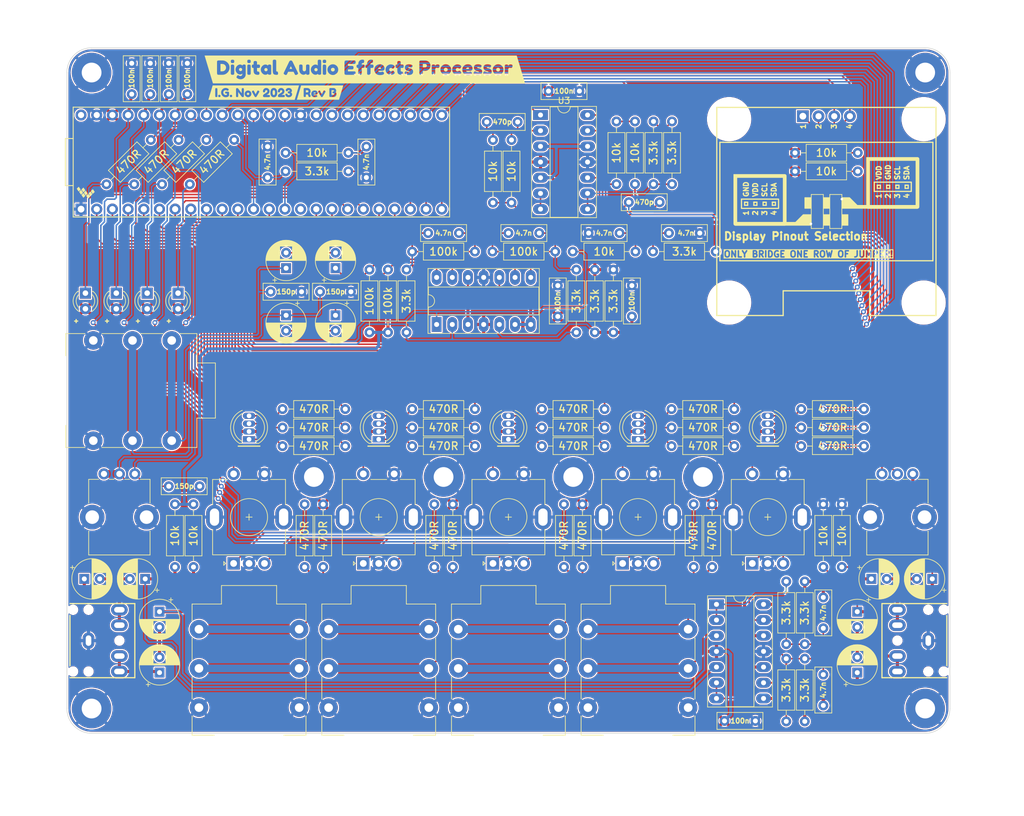
<source format=kicad_pcb>
(kicad_pcb (version 20221018) (generator pcbnew)
  (layers (0 "F.Cu" signal) (31 "B.Cu" signal) (34 "B.Paste" user) (35 "F.Paste" user) (36 "B.SilkS" user "B.Silkscreen") (37 "F.SilkS" user "F.Silkscreen") (38 "B.Mask" user) (39 "F.Mask" user) (44 "Edge.Cuts" user))
  (net 0 "")
  (net 1 "/Line In/LINE_IN_L")
  (net 2 "Net-(C1-Pad2)")
  (net 3 "/Line In/LINE_IN_R")
  (net 4 "Net-(C2-Pad2)")
  (net 5 "Net-(U1B-+)")
  (net 6 "Net-(U1D-+)")
  (net 7 "Net-(C7-Pad2)")
  (net 8 "Net-(U1C-+)")
  (net 9 "Net-(C14-Pad2)")
  (net 10 "/Volume_Mixing_Output/LINE_OUT_L")
  (net 11 "/Volume_Mixing_Output/LINE_OUT_R")
  (net 12 "/Instrument In/INST_IN_L")
  (net 13 "Net-(C11-Pad2)")
  (net 14 "/Instrument In/INST_IN_R")
  (net 15 "Net-(C10-Pad2)")
  (net 16 "Net-(C15-Pad2)")
  (net 17 "/BIAS")
  (net 18 "Net-(C16-Pad2)")
  (net 19 "Net-(C17-Pad2)")
  (net 20 "/Anti-Aliasing Filter/FILT_INST_IN")
  (net 21 "Net-(C12-Pad2)")
  (net 22 "Net-(U2C--)")
  (net 23 "/Reconstruction Filter/EFFECT_RECON")
  (net 24 "+3.3V")
  (net 25 "GND")
  (net 26 "/Effect Channel 3/EXP_IN")
  (net 27 "/Effect Channel 2/EXP_IN")
  (net 28 "/Effect Channel 4/EXP_IN")
  (net 29 "/Effect Channel 1/EXP_IN")
  (net 30 "Net-(D1-RK)")
  (net 31 "Net-(D1-GK)")
  (net 32 "Net-(D2-RK)")
  (net 33 "Net-(D2-GK)")
  (net 34 "Net-(D3-RK)")
  (net 35 "Net-(D3-GK)")
  (net 36 "Net-(D4-RK)")
  (net 37 "Net-(D4-GK)")
  (net 38 "/MCU/LEVEL_0")
  (net 39 "/MCU/LEVEL_1")
  (net 40 "/MCU/LEVEL_2")
  (net 41 "/MCU/LEVEL_3")
  (net 42 "Net-(D9-RK)")
  (net 43 "Net-(D9-GK)")
  (net 44 "/Effect Channel 1/EXP_PWR")
  (net 45 "/Effect Channel 1/EXP_SIG")
  (net 46 "/Effect Channel 2/EXP_PWR")
  (net 47 "/Effect Channel 2/EXP_SIG")
  (net 48 "/Effect Channel 3/EXP_PWR")
  (net 49 "/Effect Channel 3/EXP_SIG")
  (net 50 "/Effect Channel 4/EXP_PWR")
  (net 51 "/Effect Channel 4/EXP_SIG")
  (net 52 "Net-(JP1-C)")
  (net 53 "Net-(JP2-C)")
  (net 54 "Net-(C20-Pad1)")
  (net 55 "/Line In/BUF_LINE_IN_L")
  (net 56 "Net-(C21-Pad1)")
  (net 57 "/Line In/BUF_LINE_IN_R")
  (net 58 "Net-(U3A--)")
  (net 59 "Net-(U3B--)")
  (net 60 "Net-(U2B-+)")
  (net 61 "Net-(U3C--)")
  (net 62 "Net-(U3D--)")
  (net 63 "Net-(U1C--)")
  (net 64 "Net-(C23-Pad1)")
  (net 65 "Net-(U1D--)")
  (net 66 "Net-(C24-Pad1)")
  (net 67 "/Anti-Aliasing Filter/AMP_INST_IN")
  (net 68 "/MCU/EFFECT_RAW")
  (net 69 "Net-(U2D--)")
  (net 70 "/Effect Channel 3/LED_R")
  (net 71 "/Effect Channel 3/LED_G")
  (net 72 "/Effect Channel 3/LED_B")
  (net 73 "Net-(D1-BK)")
  (net 74 "/Effect Channel 2/LED_R")
  (net 75 "/Effect Channel 2/LED_G")
  (net 76 "/Effect Channel 2/LED_B")
  (net 77 "Net-(D2-BK)")
  (net 78 "/Effect Channel 4/LED_R")
  (net 79 "/Effect Channel 4/LED_G")
  (net 80 "/Effect Channel 4/LED_B")
  (net 81 "Net-(D3-BK)")
  (net 82 "/Effect Channel 1/LED_R")
  (net 83 "/Effect Channel 1/LED_G")
  (net 84 "/Effect Channel 1/LED_B")
  (net 85 "Net-(D4-BK)")
  (net 86 "/MCU/LED_R_UI")
  (net 87 "/MCU/LED_G_UI")
  (net 88 "/MCU/LED_B_UI")
  (net 89 "Net-(D9-BK)")
  (net 90 "/MCU/SCL")
  (net 91 "/MCU/SDA")
  (net 92 "/Effect Channel 3/ENC_A")
  (net 93 "/Effect Channel 3/ENC_B")
  (net 94 "/Effect Channel 3/ENC_SW")
  (net 95 "/Effect Channel 2/ENC_A")
  (net 96 "/Effect Channel 2/ENC_B")
  (net 97 "/Effect Channel 2/ENC_SW")
  (net 98 "/Effect Channel 4/ENC_A")
  (net 99 "/Effect Channel 4/ENC_B")
  (net 100 "/Effect Channel 4/ENC_SW")
  (net 101 "/Effect Channel 1/ENC_A")
  (net 102 "/Effect Channel 1/ENC_B")
  (net 103 "/Effect Channel 1/ENC_SW")
  (net 104 "/MCU/ENC_A_UI")
  (net 105 "/MCU/ENC_B_UI")
  (net 106 "/MCU/ENC_SW_UI")
  (net 108 "Net-(D5-K)")
  (net 109 "Net-(D6-K)")
  (net 110 "Net-(D7-K)")
  (net 111 "Net-(D8-K)")
  (net 113 "Net-(U3C-+)")
  (net 114 "Net-(U2A-+)")
  (net 115 "Net-(U1A--)")
  (footprint "MountingHole:MountingHole_3.2mm_M3_Pad" (layer "F.Cu") (at 183.5 106.75)
    (fp_text reference "H8" hide)
    (fp_text value "M3" hide)
  )
  (footprint "Resistor_THT:R_Axial_DIN0207_L6.3mm_D2.5mm_P10.16mm_Horizontal" (layer "F.Cu") (at 178.5 59.33 90)
    (fp_text reference "R10" hide)
    (fp_text value "3.3k" hide)
  )
  (footprint "kibuzzard-6562A25D" (layer "F.Cu") (at 110.75 44.5)
    (fp_text reference "kibuzzard-6562A25D" hide)
    (fp_text value "G***" hide)
  )
  (footprint "Custom-RLC:CP_KEMET_ESY" (layer "F.Cu") (at 220.64738 123.25 180)
    (fp_text reference "C18" hide)
    (fp_text value "100u" hide)
  )
  (footprint "Resistor_THT:R_Axial_DIN0207_L6.3mm_D2.5mm_P10.16mm_Horizontal" (layer "F.Cu") (at 125.58 98.75 180)
    (fp_text reference "R29" hide)
    (fp_text value "470R" hide)
  )
  (footprint "Custom-RLC:CP_KEMET_ESY" (layer "F.Cu") (at 116 80.56762 -90)
    (fp_text reference "C8" hide)
    (fp_text value "100u" hide)
  )
  (footprint "Custom-RLC:CP_KEMET_ESY" (layer "F.Cu") (at 93.18238 123.25 180)
    (fp_text reference "C4" hide)
    (fp_text value "100u" hide)
  )
  (footprint "Custom-Electromechanical:RotaryEncoder_Alps_EC11E-Switch_Vertical_H20mm" (layer "F.Cu") (at 131 113.25 90)
    (fp_text reference "SW2" hide)
    (fp_text value "EC11" hide)
  )
  (footprint "Resistor_THT:R_Axial_DIN0207_L6.3mm_D2.5mm_P10.16mm_Horizontal" (layer "F.Cu") (at 146.58 70.25 180)
    (fp_text reference "R5" hide)
    (fp_text value "100k" hide)
  )
  (footprint "Resistor_THT:R_Axial_DIN0207_L6.3mm_D2.5mm_P10.16mm_Horizontal" (layer "F.Cu") (at 197 146.33 90)
    (fp_text reference "R12" hide)
    (fp_text value "3.3k" hide)
  )
  (footprint "MountingHole:MountingHole_3.2mm_M3_Pad" (layer "F.Cu") (at 84.5 41.25)
    (fp_text reference "H1" hide)
    (fp_text value "M3" hide)
  )
  (footprint "Resistor_THT:R_Axial_DIN0207_L6.3mm_D2.5mm_P10.16mm_Horizontal" (layer "F.Cu") (at 200 133.83 90)
    (fp_text reference "R13" hide)
    (fp_text value "3.3k" hide)
  )
  (footprint "Resistor_THT:R_Axial_DIN0207_L6.3mm_D2.5mm_P10.16mm_Horizontal" (layer "F.Cu") (at 94.092103 52.157898 -135)
    (fp_text reference "R50" hide)
    (fp_text value "470R" hide)
  )
  (footprint "Resistor_THT:R_Axial_DIN0207_L6.3mm_D2.5mm_P10.16mm_Horizontal" (layer "F.Cu") (at 126.08 57.25 180)
    (fp_text reference "R20" hide)
    (fp_text value "3.3k" hide)
  )
  (footprint "Resistor_THT:R_Axial_DIN0207_L6.3mm_D2.5mm_P10.16mm_Horizontal" (layer "F.Cu") (at 107.592103 52.157898 -135)
    (fp_text reference "R53" hide)
    (fp_text value "470R" hide)
  )
  (footprint "Custom-RLC:C_KEMET_C317" (layer "F.Cu") (at 171.5 62.25)
    (fp_text reference "C24" hide)
    (fp_text value "470p" hide)
  )
  (footprint "Resistor_THT:R_Axial_DIN0207_L6.3mm_D2.5mm_P10.16mm_Horizontal" (layer "F.Cu") (at 132.5 83.33 90)
    (fp_text reference "R4" hide)
    (fp_text value "100k" hide)
  )
  (footprint "Daughterboards:SH1106_LCD_MODULE" (layer "F.Cu") (at 203.5 63.75)
    (fp_text reference "U5" hide)
    (fp_text value "SH1106" hide)
  )
  (footprint "Resistor_THT:R_Axial_DIN0207_L6.3mm_D2.5mm_P10.16mm_Horizontal" (layer "F.Cu") (at 169 73.17 -90)
    (fp_text reference "R26" hide)
    (fp_text value "3.3k" hide)
  )
  (footprint "Custom-DiscreteSemi:LED_D5.0mm-4_RGB" (layer "F.Cu") (at 194 100.65 90)
    (fp_text reference "D9" hide)
    (fp_text value "RGB" hide)
  )
  (footprint "Resistor_THT:R_Axial_DIN0207_L6.3mm_D2.5mm_P10.16mm_Horizontal" (layer "F.Cu") (at 122 111.17 -90)
    (fp_text reference "R30" hide)
    (fp_text value "470R" hide)
  )
  (footprint "Custom-RLC:C_KEMET_C317" (layer "F.Cu") (at 97 108.25)
    (fp_text reference "C13" hide)
    (fp_text value "150p" hide)
  )
  (footprint "Custom-DiscreteSemi:LED_D5.0mm-4_RGB" (layer "F.Cu") (at 110 100.65 90)
    (fp_text reference "D1" hide)
    (fp_text value "RGB" hide)
  )
  (footprint "Resistor_THT:R_Axial_DIN0207_L6.3mm_D2.5mm_P10.16mm_Horizontal" (layer "F.Cu") (at 146.58 101.75 180)
    (fp_text reference "R32" hide)
    (fp_text value "470R" hide)
  )
  (footprint "Custom-Connector:Jack_6.35mm_Neutrik_NMJ6HFD2_Horizontal" (layer "F.Cu") (at 152 137.75 -90)
    (fp_text reference "J5" hide)
    (fp_text value "NMJ6HFD2" hide)
  )
  (footprint "Resistor_THT:R_Axial_DIN0207_L6.3mm_D2.5mm_P10.16mm_Horizontal" (layer "F.Cu") (at 149.5 62.33 90)
    (fp_text reference "R18" hide)
    (fp_text value "10k" hide)
  )
  (footprint "Resistor_THT:R_Axial_DIN0207_L6.3mm_D2.5mm_P10.16mm_Horizontal" (layer "F.Cu") (at 167.58 101.75 180)
    (fp_text reference "R37" hide)
    (fp_text value "470R" hide)
  )
  (footprint "Resistor_THT:R_Axial_DIN0207_L6.3mm_D2.5mm_P10.16mm_Horizontal" (layer "F.Cu") (at 98.592103 52.157898 -135)
    (fp_text reference "R51" hide)
    (fp_text value "470R" hide)
  )
  (footprint "Custom-Electromechanical:RotaryEncoder_Alps_EC11E-Switch_Vertical_H20mm" (layer "F.Cu") (at 194 113.25 90)
    (fp_text reference "SW5" hide)
    (fp_text value "EC11" hide)
  )
  (footprint "Custom-Electromechanical:RotaryEncoder_Alps_EC11E-Switch_Vertical_H20mm" (layer "F.Cu") (at 110 113.25 90)
    (fp_text reference "SW1" hide)
    (fp_text value "EC11" hide)
  )
  (footprint "Custom-RLC:C_KEMET_C317" (layer "F.Cu") (at 158.5 44.25)
    (fp_text reference "C28" hide)
    (fp_text value "100n" hide)
  )
  (footprint "Resistor_THT:R_Axial_DIN0207_L6.3mm_D2.5mm_P10.16mm_Horizontal" (layer "F.Cu") (at 188.58 98.75 180)
    (fp_text reference "R44" hide)
    (fp_text value "470R" hide)
  )
  (footprint "MountingHole:MountingHole_3.2mm_M3_Pad" (layer "F.Cu") (at 219.5 41.25)
    (fp_text reference "H4" hide)
    (fp_text value "M3" hide)
  )
  (footprint "Custom-DiscreteSemi:LED_D5.0mm-4_RGB" (layer "F.Cu") (at 131 100.65 90)
    (fp_text reference "D2" hide)
    (fp_text value "RGB" hide)
  )
  (footprint "MountingHole:MountingHole_3.2mm_M3_Pad" (layer "F.Cu") (at 120.5 106.75)
    (fp_text reference "H5" hide)
    (fp_text value "M3" hide)
  )
  (footprint "Resistor_THT:R_Axial_DIN0207_L6.3mm_D2.5mm_P10.16mm_Horizontal" (layer "F.Cu") (at 143 111.17 -90)
    (fp_text reference "R35" hide)
    (fp_text value "470R" hide)
  )
  (footprint "Resistor_THT:R_Axial_DIN0207_L6.3mm_D2.5mm_P10.16mm_Horizontal" (layer "F.Cu") (at 206 111.17 -90)
    (fp_text reference "R15" hide)
    (fp_text value "10k" hide)
  )
  (footprint "Resistor_THT:R_Axial_DIN0207_L6.3mm_D2.5mm_P10.16mm_Horizontal" (layer "F.Cu") (at 172.5 49.17 -90)
    (fp_text reference "R23" hide)
    (fp_text value "10k" hide)
  )
  (footprint "Custom-DiscreteSemi:LED_D5.0mm-4_RGB" (layer "F.Cu") (at 152 100.65 90)
    (fp_text reference "D3" hide)
    (fp_text value "RGB" hide)
  )
  (footprint "Custom-RLC:C_KEMET_C322" (layer "F.Cu") (at 203 131.25 90)
    (fp_text reference "C14" hide)
    (fp_text value "4.7n" hide)
  )
  (footprint "Resistor_THT:R_Axial_DIN0207_L6.3mm_D2.5mm_P10.16mm_Horizontal" (layer "F.Cu") (at 146.58 98.75 180)
    (fp_text reference "R34" hide)
    (fp_text value "470R" hide)
  )
  (footprint "Custom-RLC:CP_KEMET_ESY" (layer "F.Cu") (at 95.5 128.567621 -90)
    (fp_text reference "C3" hide)
    (fp_text value "100u" hide)
  )
  (footprint "Resistor_THT:R_Axial_DIN0207_L6.3mm_D2.5mm_P10.16mm_Horizontal" (layer "F.Cu") (at 101 111.17 -90)
    (fp_text reference "R1" hide)
    (fp_text value "10k" hide)
  )
  (footprint "Custom-Connector:Jack_6.35mm_Neutrik_NMJ6HFD2_Horizontal" (layer "F.Cu") (at 173 137.75 -90)
    (fp_text reference "J6" hide)
    (fp_text value "NMJ6HFD2" hide)
  )
  (footprint "Resistor_THT:R_Axial_DIN0207_L6.3mm_D2.5mm_P10.16mm_Horizontal" (layer "F.Cu") (at 103.092103 52.157898 -135)
    (fp_text reference "R52" hide)
    (fp_text value "470R" hide)
  )
  (footprint "Custom-RLC:CP_KEMET_ESY" (layer "F.Cu") (at 208.5 138.432379 90)
    (fp_text reference "C17" hide)
    (fp_text value "100u" hide)
  )
  (footprint "LED_THT:LED_D3.0mm_Clear" (layer "F.Cu") (at 83.5 76.975 -90)
    (fp_text reference "D5" hide)
    (fp_text value "RED" hide)
  )
  (footprint "Custom-RLC:C_KEMET_C317" (layer "F.Cu") (at 118.5 76.75 180)
    (fp_text reference "C5" hide)
    (fp_text value "150p" hide)
  )
  (footprint "Resistor_THT:R_Axial_DIN0207_L6.3mm_D2.5mm_P10.16mm_Horizontal" (layer "F.Cu") (at 125.58 95.75 180)
    (fp_text reference "R28" hide)
    (fp_text value "470R" hide)
  )
  (footprint "Custom-RLC:CP_KEMET_ESY" (layer "F.Cu") (at 83.317621 123.25)
    (fp_text reference "C2" hide)
    (fp_text value "100u" hide)
  )
  (footprint "Custom-RLC:CP_KEMET_ESY" (layer "F.Cu") (at 95.5 138.43238 90)
    (fp_text reference "C1" hide)
    (fp_text value "100u" hide)
  )
  (footprint "Resistor_THT:R_Axial_DIN0207_L6.3mm_D2.5mm_P10.16mm_Horizontal" (layer "F.Cu") (at 162.42 70.25)
    (fp_text reference "R17" hide)
    (fp_text value "10k" hide)
  )
  (footprint "Resistor_THT:R_Axial_DIN0207_L6.3mm_D2.5mm_P10.16mm_Horizontal" (layer "F.Cu") (at 98 111.17 -90)
    (fp_text reference "R2" hide)
    (fp_text value "10k" hide)
  )
  (footprint "Custom-RLC:C_KEMET_C317" (layer "F.Cu") (at 160 80.75 90)
    (fp_text reference "C29" hide)
    (fp_text value "100n" hide)
  )
  (footprint "kibuzzard-6562A21D" (layer "F.Cu") (at 128.75 40.75)
    (fp_text reference "kibuzzard-6562A21D" hide)
    (fp_text value "G***" hide)
  )
  (footprint "Resistor_THT:R_Axial_DIN0207_L6.3mm_D2.5mm_P10.16mm_Horizontal" (layer "F.Cu") (at 119 111.17 -90)
    (fp_text reference "R31" hide)
    (fp_text value "470R" hide)
  )
  (footprint "Resistor_THT:R_Axial_DIN0207_L6.3mm_D2.5mm_P10.16mm_Horizontal" (layer "F.Cu") (at 161 111.17 -90)
    (fp_text reference "R41" hide)
    (fp_text value "470R" hide)
  )
  (footprint "Resistor_THT:R_Axial_DIN0207_L6.3mm_D2.5mm_P10.16mm_Horizontal" (layer "F.Cu") (at 115.92 54.25)
    (fp_text reference "R21" hide)
    (fp_text value "10k" hide)
  )
  (footprint "Custom-RLC:CP_KEMET_ESY" (layer "F.Cu") (at 124 72.93238 90)
    (fp_text reference "C9" hide)
    (fp_text value "100u" hide)
  )
  (footprint "Custom-RLC:CP_KEMET_ESY" (layer "F.Cu") (at 124 80.567619 -90)
    (fp_text reference "C10" hide)
    (fp_text value "100u" hide)
  )
  (footprint "Jumper:SolderJumper-3_P2.0mm_Open_TrianglePad1.0x1.5mm" (layer "F.Cu") (at 205 63.75 -90)
    (fp_text reference "JP2" hide)
    (fp_text value "SolderJumper_3_Bridged12" hide)
  )
  (footprint "Daughterboards:Teensy_4_1_Basic_Socket" (layer "F.Cu") (at 112 55.75)
    (fp_text reference "U4" hide)
    (fp_text value "Teensy 4.1")
  )
  (footprint "MountingHole:MountingHole_3.2mm_M3_Pad" (layer "F.Cu") (at 162.5 106.75)
    (fp_text reference "H7" hide)
    (fp_text value "M3" hide)
  )
  (footprint "MountingHole:MountingHole_3.2mm_M3_Pad" (layer "F.Cu") (at 84.5 144.25)
    (fp_text reference "H2" hide)
    (fp_text value "M3" hide)
  )
  (footprint "Custom-RLC:C_KEMET_C317" (layer "F.Cu") (at 100 44.75 90)
    (fp_text reference "C30" hide)
    (fp_text value "100n" hide)
  )
  (footprint "Resistor_THT:R_Axial_DIN0207_L6.3mm_D2.5mm_P10.16mm_Horizontal" (layer "F.Cu") (at 209.58 101.75 180)
    (fp_text reference "R47" hide)
    (fp_text value "470R" hide)
  )
  (footprint "Custom-RLC:C_KEMET_C317" (layer "F.Cu") (at 91 44.75 90)
    (fp_text reference "C33" hide)
    (fp_text value "100n" hide)
  )
  (footprint "Resistor_THT:R_Axial_DIN0207_L6.3mm_D2.5mm_P10.16mm_Horizontal" (layer "F.Cu") (at 129.5 83.33 90)
    (fp_text reference "R3" hide)
    (fp_text value "100k" hide)
  )
  (footprint "Custom-RLC:C_KEMET_C322" (layer "F.Cu") (at 203 138.75 -90)
    (fp_text reference "C15" hide)
    (fp_text value "4.7n" hide)
  )
  (footprint "Resistor_THT:R_Axial_DIN0207_L6.3mm_D2.5mm_P10.16mm_Horizontal" (layer "F.Cu") (at 200 136.17 -90)
    (fp_text reference "R14" hide)
    (fp_text value "3.3k" hide)
  )
  (footprint "Custom-RLC:C_KEMET_C322" (layer "F.Cu") (at 178 67.25)
    (fp_text reference "C25" hide)
    (fp_text value "4.7n" hide)
  )
  (footprint "Custom-RLC:C_KEMET_C317" (layer "F.Cu") (at 172 80.75 90)
    (fp_text reference "C27" hide)
    (fp_text value "100n" hide)
  )
  (footprint "Custom-RLC:C_KEMET_C322" (layer "F.Cu") (at 170 67.25 180)
    (fp_text reference "C20" hide)
    (fp_text value "4.7n" hide)
  )
  (footprint "Resistor_THT:R_Axial_DIN0207_L6.3mm_D2.5mm_P10.16mm_Horizontal" (layer "F.Cu") (at 167.58 98.75 180)
    (fp_text reference "R39" hide)
    (fp_text value "470R" hide)
  )
  (footprint "LED_THT:LED_D3.0mm_Clear" (layer "F.Cu") (at 88.5 76.975 -90)
    (fp_text reference "D6" hide)
    (fp_text value "YELLOW" hide)
  )
  (footprint "Resistor_THT:R_Axial_DIN0207_L6.3mm_D2.5mm_P10.16mm_Horizontal" (layer "F.Cu") (at 198.42 54.25)
    (fp_text reference "R55" hide)
    (fp_text value "10k" hide)
  )
  (footprint "Custom-RLC:C_KEMET_C322" (layer "F.Cu") (at 152 67.25)
    (fp_text reference "C12" hide)
    (fp_text value "4.7n" hide)
  )
  (footprint "Resistor_THT:R_Axial_DIN0207_L6.3mm_D2.5mm_P10.16mm_Horizontal" (layer "F.Cu") (at 135.5 73.17 -90)
    (fp_text reference "R7" hide)
    (fp_text value "3.3k" hide)
  )
  (footprint "MountingHole:MountingHole_3.2mm_M3_Pad" (layer "F.Cu") (at 141.5 106.75)
    (fp_text reference "H6" hide)
    (fp_text value "M3" hide)
  )
  (footprint "Custom-RLC:C_KEMET_C317" (layer "F.Cu") (at 97 44.75 90)
    (fp_text reference "C31" hide)
    (fp_text value "100n" hide)
  )
  (footprint "Resistor_THT:R_Axial_DIN0207_L6.3mm_D2.5mm_P10.16mm_Horizontal" (layer "F.Cu") (at 164 111.17 -90)
    (fp_text reference "R40" hide)
    (fp_text value "470R" hide)
  )
  (footprint "Resistor_THT:R_Axial_DIN0207_L6.3mm_D2.5mm_P10.16mm_Horizontal" (layer "F.Cu") (at 125.58 101.75 180)
    (fp_text reference "R27" hide)
    (fp_text value "470R" hide)
  )
  (footprint "Resistor_THT:R_Axial_DIN0207_L6.3mm_D2.5mm_P10.16mm_Horizontal" (layer "F.Cu") (at 209.58 98.75 180)
    (fp_text reference "R49" hide)
    (fp_text value "470R" hide)
  )
  (footprint "Custom-IC:DIP-14_W7.62mm_Socket_LongPads_IC" (layer "F.Cu") (at 185.7 127.375)
    (fp_text reference "U2" hide)
    (fp_text value "MCP6004" hide)
  )
  (footprint "Custom-RLC:CP_KEMET_ESY" (layer "F.Cu") (at 116 72.93238 90)
    (fp_text reference "C7" hide)
    (fp_text value "100u" hide)
  )
  (footprint "Custom-Electromechanical:Potentiometer_Bourns_PTV09A-1_Single_Vertical" (layer "F.Cu") (at 215 113.25 -90)
    (fp_text reference "RV2" hide)
    (fp_text value "100k Log" hide)
  )
  (footprint "Custom-RLC:C_KEMET_C322" (layer "F.Cu") (at 113 58.25 90)
    (fp_text reference "C22" hide)
    (fp_text value "4.7n" hide)
  )
  (footprint "Resistor_THT:R_Axial_DIN0207_L6.3mm_D2.5mm_P10.16mm_Horizontal" (layer "F.Cu") (at 163 73.17 -90)
    (fp_text reference "R8" hide)
    (fp_text value "3.3k" hide)
  )
  (footprint "Custom-RLC:C_KEMET_C317" (layer "F.Cu") (at 187 146.25)
    (fp_text reference "C26" hide)
    (fp_text value "100n" hide)
  )
  (footprint "Custom-Electromechanical:RotaryEncoder_Alps_EC11E-Switch_Vertical_H20mm" (layer "F.Cu") (at 152 113.25 90)
    (fp_text reference "SW3" hide)
    (fp_text value "EC11" hide)
  )
  (footprint "Resistor_THT:R_Axial_DIN0207_L6.3mm_D2.5mm_P10.16mm_Horizontal" (layer "F.Cu") (at 197 123.67 -90)
    (fp_text reference "R9" hide)
    (fp_text value "3.3k" hide)
  )
  (footprint "Resistor_THT:R_Axial_DIN0207_L6.3mm_D2.5mm_P10.16mm_Horizontal" (layer "F.Cu") (at 175.5 59.33 90)
    (fp_text reference "R11" hide)
    (fp_text value "3.3k" hide)
  )
  (footprint "kibuzzard-65713D98" (layer "F.Cu") (at 121.5 44.5)
    (fp_text reference "kibuzzard-65713D98" hide)
    (fp_text value "G***" hide)
  )
  (footprint "Resistor_THT:R_Axial_DIN0207_L6.3mm_D2.5mm_P10.16mm_Horizontal" (layer "F.Cu") (at 188.58 101.75 180)
    (fp_text reference "R42" hide)
    (fp_text value "470R" hide)
  )
  (footprint "MountingHole:MountingHole_3.2mm_M3_Pad" (layer "F.Cu") (at 219.5 144.25)
    (fp_text reference "H3" hide)
    (fp_text value "M3" hide)
  )
  (footprint "Custom-Connector:PJ-307" (layer "F.Cu") (at 217 133.25 180)
    (fp_text reference "J7" hide)
    (fp_text value "3.5mm TRS" hide)
  )
  (footprint "Resistor_THT:R_Axial_DIN0207_L6.3mm_D2.5mm_P10.16mm_Horizontal" (layer "F.Cu") (at 188.58 95.75 180)
    (fp_text reference "R43" hide)
    (fp_text value "470R" hide)
  )
  (footprint "Custom-RLC:C_KEMET_C317" (layer "F.Cu") (at 148.5 49.25)
    (fp_text reference "C21" hide)
    (fp_text value "470p" hide)
  )
  (footprint "Resistor_THT:R_Axial_DIN0207_L6.3mm_D2.5mm_P10.16mm_Horizontal" (layer "F.Cu") (at 146.58 95.75 180)
    (fp_text reference "R33" hide)
    (fp_text value "470R" hide)
  )
  (footprint "Resistor_THT:R_Axial_DIN0207_L6.3mm_D2.5mm_P10.16mm_Horizontal" (layer "F.Cu") (at 198.42 57.25)
    (fp_text reference "R54" hide)
    (fp_text value "10k" hide)
  )
  (footprint "Resistor_THT:R_Axial_DIN0207_L6.3mm_D2.5mm_P10.16mm_Horizontal" (layer "F.Cu") (at 149.42 70.25)
    (fp_text reference "R6" hide)
    (fp_text value "100k" hide)
  )
  (footprint "Custom-IC:DIP-14_W7.62mm_Socket_LongPads_IC" (layer "F.Cu") (at 140.375 82.05 90)
    (fp_text reference "U1" hide)
    (fp_text value "MCP6004" hide)
  )
  (footprint "Custom-DiscreteSemi:LED_D5.0mm-4_RGB" (layer "F.Cu") (at 173 100.65 90)
    (fp_text reference "D4" hide)
    (fp_text value "RGB" hide)
  )
  (footprint "Custom-Connector:Jack_6.35mm_Neutrik_NMJ6HFD2_Horizontal" (layer "F.Cu") (at 110 137.75 -90)
    (fp_text reference "J3" hide)
    (fp_text value "NMJ6HFD2" hide)
  )
  (footprint "Resistor_THT:R_Axial_DIN0207_L6.3mm_D2.5mm_P10.16mm_Horizontal" (layer "F.Cu") (at 152.5 62.33 90)
    (fp_text reference "R19" hide)
    (fp_text value "10k" hide)
  )
  (footprint "Resistor_THT:R_Axial_DIN0207_L6.3mm_D2.5mm_P10.16mm_Horizontal" (layer "F.Cu") (at 167.58 95.75 180)
    (fp_text reference "R38" hide)
    (fp_text value "470R" hide)
  )
  (footprint "Resistor_THT:R_Axial_DIN0207_L6.3mm_D2.5mm_P10.16mm_Horizontal" (layer "F.Cu") (at 140 111.17 -90)
    (fp_text reference "R36" hide)
    (fp_text value "470R" hide)
  )
  (footprint "Custom-Connector:PJ-307" (layer "F.Cu") (at 87 133.25)
    (fp_text reference "J1" hide)
    (fp_text value "3.5mm TRS" hide)
  )
  (footprint "Resistor_THT:R_Axial_DIN0207_L6.3mm_D2.5mm_P10.16mm_Horizontal" (layer "F.Cu") (at 169.5 49.17 -90)
    (fp_text reference "R22" hide)
    (fp_text value "10k" hide)
  )
  (footprint "Custom-Electromechanical:RotaryEncoder_Alps_EC11E-Switch_Vertical_H20mm" (layer "F.Cu") (at 173 113.25 90)
    (fp_text reference "SW4" hide)
    (fp_text value "EC11" hide)
  )
  (footprint "LED_THT:LED_D3.0mm_Clear" (layer "F.Cu") (at 93.5 76.975 -90)
    (fp_text reference "D7" hide)
    (fp_text value "YELLOW" hide)
  )
  (footprint "Custom-RLC:C_KEMET_C322" (layer "F.Cu") (at 144 67.25 180)
    (fp_text reference "C11" hide)
    (fp_text value "4.7n" hide)
  )
  (footprint "Custom-RLC:CP_KEMET_ESY" (layer "F.Cu") (at 208.5 128.56762 -90)
    (fp_text reference "C19" hide)
    (fp_text value "100u" hide)
  )
  (footprint "Resistor_THT:R_Axial_DIN0207_L6.3mm_D2.5mm_P10.16mm_Horizontal" (layer "F.Cu") (at 166 83.33 90)
    (fp_text reference "R25" hide)
    (fp_text value "3.3k" hide)
  )
  (footprint "Resistor_THT:R_Axial_DIN0207_L6.3mm_D2.5mm_P10.16mm_Horizontal" (layer "F.Cu") (at 209.58 95.75 180)
    (fp_text reference "R48" hide)
    (fp_text value "470R" hide)
  )
  (footprint "Custom-Connector:Jack_6.35mm_Neutrik_NMJ6HFD2_Horizontal" (layer "F.Cu") (at 91.125 92.75 180)
    (fp_text reference "J2" hide)
    (fp_text value "NMJ6HFD2" hide)
  )
  (footprint "LED_THT:LED_D3.0mm_Clear" (layer "F.Cu") (at 98.5 76.975 -90)
    (fp_text reference "D8" hide)
    (fp_text value "YELLOW" hide)
  )
  (footprint "Custom-RLC:CP_KEMET_ESY" (layer "F.Cu") (at 210.782621 123.25)
    (fp_text reference "C16" hide)
    (fp_text value "100u" hide)
  )
  (footprint "Custom-RLC:C_KEMET_C322" (layer "F.Cu") (at 129 53.25 -90)
    (fp_text reference "C23" hide)
    (fp_text value "4.7n" hide)
  )
  (footprint "Resistor_THT:R_Axial_DIN0207_L6.3mm_D2.5mm_P10.16mm_Horizontal" (layer "F.Cu") (at 182 111.17 -90)
    (fp_text reference "R46" hide)
    (fp_text value "470R" hide)
  )
  (footprint "Resistor_THT:R_Axial_DIN0207_L6.3mm_D2.5mm_P10.16mm_Horizontal" (layer "F.Cu") (at 185 111.17 -90)
    (fp_text reference "R45" hide)
    (fp_text value "470R" hide)
  )
  (footprint "Resistor_THT:R_Axial_DIN0207_L6.3mm_D2.5mm_P10.16mm_Horizontal" (layer "F.Cu") (at 203 111.17 -90)
    (fp_text reference "R16" hide)
    (fp_text value "10k" hide)
  )
  (footprint "Jumper:SolderJumper-3_P2.0mm_Open_TrianglePad1.0x1.5mm" (layer "F.Cu") (at 202 63.75 -90)
    (fp_text reference "JP1" hide)
    (fp_text value "SolderJumper_3_Bridged12" hide)
  )
  (footprint "Custom-IC:DIP-14_W7.62mm_Socket_LongPads_IC" (layer "F.Cu") (at 157.2 48.125)
    (fp_text reference "U3")
    (fp_text value "MCP6004" hide)
  )
  (footprint "Resistor_THT:R_Axial_DIN0207_L6.3mm_D2.5mm_P10.16mm_Horizontal" (layer "F.Cu") (at 185.58 70.25 180)
    (fp_text reference "R24" hide)
    (fp_text value "3.3k" hide)
  )
  (footprint "Custom-RLC:C_KEMET_C317" (layer "F.Cu") (at 126.5 76.75 180)
    (fp_text reference "C6" hide)
    (fp_text value "150p" hide)
  )
  (footprint "Custom-RLC:C_KEMET_C317" (layer "F.Cu") (at 94 44.75 90)
    (fp_text reference "C32" hide)
    (fp_text value "100n" hide)
  )
  (footprint "Custom-Electromechanical:Potentiometer_Bourns_PTV09A-1_Single_Vertical" (layer "F.Cu") (at 89 113.25 -90)
    (fp_text reference "RV1" hide)
    (fp_text value "100k Log" hide)
  )
  (footprint "Custom-Connector:Jack_6.35mm_Neutrik_NMJ6HFD2_Horizontal" (layer "F.Cu") (at 131 137.75 -90)
    (fp_text reference "J4" hide)
    (fp_text value "NMJ6HFD2" hide)
  )
  (gr_line (start 216.5 59.5) (end 216.25 59.5) (stroke (width 0.2)) (layer "F.SilkS"))
  (gr_line (start 190.75 62.25) (end 190.75 62.75) (stroke (width 0.2)) (layer "F.SilkS"))
  (gr_poly (pts (xy 206 63.25) (xy 218.25 63.25) (xy 218.25 62.75) (xy 208.5 62.75) (xy 207.25 61.5) (xy 206 61.5)) (stroke (width 0.1)) (fill solid) (layer "F.SilkS"))
  (gr_line (start 212.25 60) (end 211.75 60) (stroke (width 0.2)) (layer "F.SilkS"))
  (gr_line (start 193.5 62.25) (end 193.25 62.25) (stroke (width 0.2)) (layer "F.SilkS"))
  (gr_line (start 214.75 60) (end 214.75 59.5) (stroke (width 0.2)) (layer "F.SilkS"))
  (gr_line (start 191.75 62.75) (end 191.75 62.25) (stroke (width 0.2)) (layer "F.SilkS"))
  (gr_line (start 171.25 101.75) (end 174.75 101.75) (stroke (width 0.2)) (layer "F.SilkS"))
  (gr_line (start 190.75 62.75) (end 190.25 62.75) (stroke (width 0.2)) (layer "F.SilkS"))
  (gr_line (start 193.75 62.25) (end 193.75 62.75) (stroke (width 0.2)) (layer "F.SilkS"))
  (gr_rect (start 210.25 55.25) (end 218.25 63) (stroke (width 0.6)) (fill none) (layer "F.SilkS"))
  (gr_line (start 194.75 62.25) (end 195.25 62.25) (stroke (width 0.2)) (layer "F.SilkS"))
  (gr_line (start 213.25 60) (end 213.25 59.5) (stroke (width 0.2)) (layer "F.SilkS"))
  (gr_line (start 213.75 60) (end 213.25 60) (stroke (width 0.2)) (layer "F.SilkS"))
  (gr_rect (start 203 64.25) (end 204 66) (stroke (width 0.1)) (fill solid) (layer "F.SilkS"))
  (gr_line (start 82 81.25) (end 82 81.75) (stroke (width 0.2)) (layer "F.SilkS"))
  (gr_rect (start 206 64.25) (end 207 66) (stroke (width 0.1)) (fill solid) (layer "F.SilkS"))
  (gr_line (start 96.75 81.5) (end 97.25 81.5) (stroke (width 0.2)) (layer "F.SilkS"))
  (gr_poly (pts (xy 201 66) (xy 188.75 66) (xy 188.75 65.5) (xy 198.5 65.5) (xy 199.75 64.25) (xy 201 64.25)) (stroke (width 0.1)) (fill solid) (layer "F.SilkS"))
  (gr_line (start 97 81.25) (end 97 81.75) (stroke (width 0.2)) (layer "F.SilkS"))
  (gr_line (start 215.25 59.5) (end 215.25 60) (stroke (width 0.2)) (layer "F.SilkS"))
  (gr_line (start 214.75 59.5) (end 215.25 59.5) (stroke (width 0.2)) (layer "F.SilkS"))
  (gr_line (start 193.25 62.25) (end 193.75 62.25) (stroke (width 0.2)) (layer "F.SilkS"))
  (gr_line (start 213.25 59.5) (end 213.75 59.5) (stroke (width 0.2)) (layer "F.SilkS"))
  (gr_line (start 86.75 81.5) (end 87.25 81.5) (stroke (width 0.2)) (layer "F.SilkS"))
  (gr_line (start 192.25 62.75) (end 191.75 62.75) (stroke (width 0.2)) (layer "F.SilkS"))
  (gr_rect (start 188.75 58) (end 196.75 65.75) (stroke (width 0.6)) (fill none) (layer "F.SilkS"))
  (gr_line (start 215 59.5) (end 214.75 59.5) (stroke (width 0.2)) (layer "F.SilkS"))
  (gr_rect (start 200 61.5) (end 201 63.25) (stroke (width 0.1)) (fill solid) (layer "F.SilkS"))
  (gr_line (start 216.75 59.5) (end 216.75 60) (stroke (width 0.2)) (layer "F.SilkS"))
  (gr_line (start 192.25 101.75) (end 195.75 101.75) (stroke (width 0.2)) (layer "F.SilkS"))
  (gr_line (start 194.75 62.75) (end 194.75 62.25) (stroke (width 0.2)) (layer "F.SilkS"))
  (gr_line (start 211.75 60) (end 211.75 59.5) (stroke (width 0.2)) (layer "F.SilkS"))
  (gr_line (start 129.25 101.75) (end 132.75 101.75) (stroke (width 0.2)) (layer "F.SilkS"))
  (gr_rect (start 203 61.5) (end 204 63.25) (stroke (width 0.1)) (fill solid) (layer "F.SilkS"))
  (gr_rect (start 211.25 59) (end 217.25 60.5) (stroke (width 0.2)) (fill none) (layer "F.SilkS"))
  (gr_line (start 216.25 59.5) (end 216.75 59.5) (stroke (width 0.2)) (layer "F.SilkS"))
  (gr_line (start 190.5 62.25) (end 190.25 62.25) (stroke (width 0.2)) (layer "F.SilkS"))
  (gr_line (start 92 81.25) (end 92 81.75) (stroke (width 0.2)) (layer "F.SilkS"))
  (gr_line (start 190.25 62.75) (end 190.25 62.25) (stroke (width 0.2)) (layer "F.SilkS"))
  (gr_line (start 192 62.25) (end 191.75 62.25) (stroke (width 0.2)) (layer "F.SilkS"))
  (gr_line (start 212 59.5) (end 211.75 59.5) (stroke (width 0.2)) (layer "F.SilkS"))
  (gr_line (start 195 62.25) (end 194.75 62.25) (stroke (width 0.2)) (layer "F.SilkS"))
  (gr_line (start 213.5 59.5) (end 213.25 59.5) (stroke (width 0.2)) (layer "F.SilkS"))
  (gr_line (start 212.25 59.5) (end 212.25 60) (stroke (width 0.2)) (layer "F.SilkS"))
  (gr_line (start 87 81.25) (end 87 81.75) (stroke (width 0.2)) (layer "F.SilkS"))
  (gr_line (start 150.25 101.75) (end 153.75 101.75) (stroke (width 0.2)) (layer "F.SilkS"))
  (gr_line (start 190.25 62.25) (end 190.75 62.25) (stroke (width 0.2)) (layer "F.SilkS"))
  (gr_line (start 108.25 101.75) (end 111.75 101.75) (stroke (width 0.2)) (layer "F.SilkS"))
  (gr_line (start 195.25 62.75) (end 194.75 62.75) (stroke (width 0.2)) (layer "F.SilkS"))
  (gr_line (start 193.25 62.75) (end 193.25 62.25) (stroke (width 0.2)) (layer "F.SilkS"))
  (gr_rect (start 189.75 61.75) (end 195.75 63.25) (stroke (width 0.2)) (fill none) (layer "F.SilkS"))
  (gr_line (start 192.25 62.25) (end 192.25 62.75) (stroke (width 0.2)) (layer "F.SilkS"))
  (gr_line (start 81.75 81.5) (end 82.25 81.5) (stroke (width 0.2)) (layer "F.SilkS"))
  (gr_line (start 215.25 60) (end 214.75 60) (stroke (width 0.2)) (layer "F.SilkS"))
  (gr_line (start 193.75 62.75) (end 193.25 62.75) (stroke (width 0.2)) (layer "F.SilkS"))
  (gr_line (start 216.75 60) (end 216.25 60) (stroke (width 0.2)) (layer "F.SilkS"))
  (gr_line (start 211.75 59.5) (end 212.25 59.5) (stroke (width 0.2)) (layer "F.SilkS"))
  (gr_line (start 191.75 62.25) (end 192.25 62.25) (stroke (width 0.2)) (layer "F.SilkS"))
  (gr_line (start 91.75 81.5) (end 92.25 81.5) (stroke (width 0.2)) (layer "F.SilkS"))
  (gr_line (start 213.75 59.5) (end 213.75 60) (stroke (width 0.2)) (layer "F.SilkS"))
  (gr_line (start 195.25 62.25) (end 195.25 62.75) (stroke (width 0.2)) (layer "F.SilkS"))
  (gr_line (start 216.25 60) (end 216.25 59.5) (stroke (width 0.2)) (layer "F.SilkS"))
  (gr_arc (start 219.5 37.25) (mid 222.328427 38.421573) (end 223.5 41.25) (stroke (width 0.1)) (layer "Edge.Cuts"))
  (gr_line (start 223.5 144.25) (end 223.5 41.25) (stroke (width 0.1)) (layer "Edge.Cuts"))
  (gr_arc (start 84.5 148.25) (mid 81.671573 147.078427) (end 80.5 144.25) (stroke (width 0.1)) (layer "Edge.Cuts"))
  (gr_arc (start 223.5 144.25) (mid 222.328427 147.078427) (end 219.5 148.25) (stroke (width 0.1)) (layer "Edge.Cuts"))
  (gr_line (start 219.5 37.25) (end 84.5 37.25) (stroke (width 0.1)) (layer "Edge.Cuts"))
  (gr_line (start 80.5 41.25) (end 80.5 144.25) (stroke (width 0.1)) (layer "Edge.Cuts"))
  (gr_line (start 84.5 148.25) (end 219.5 148.25) (stroke (width 0.1)) (layer "Edge.Cuts"))
  (gr_arc (start 80.5 41.25) (mid 81.671573 38.421573) (end 84.5 37.25) (stroke (width 0.1)) (layer "Edge.Cuts"))
  (gr_text "470R" (at 162.5 101.75) (layer "F.SilkS") (effects (font (size 1.25 1.25) (thickness 0.2) bold)))
  (gr_text "10k" (at 203 116.25 90) (layer "F.SilkS") (effects (font (size 1.25 1.25) (thickness 0.2) bold)))
  (gr_text "10k" (at 149.5 57.25 90) (layer "F.SilkS") (effects (font (size 1.25 1.25) (thickness 0.2) bold)))
  (gr_text "100n" (at 189.5 146.25) (layer "F.SilkS") (effects (font (size 0.8 0.8) (thickness 0.1875) bold)))
  (gr_text "470R" (at 140 116.25 90) (layer "F.SilkS") (effects (font (size 1.25 1.25) (thickness 0.2) bold)))
  (gr_text "SCL" (at 215 58.75 90) (layer "F.SilkS") (effects (font (size 0.8 0.8) (thickness 0.2) bold) (justify left)))
  (gr_text "470R" (at 183.5 101.75) (layer "F.SilkS") (effects (font (size 1.25 1.25) (thickness 0.2) bold)))
  (gr_text "470R" (at 204.5 95.75) (layer "F.SilkS") (effects (font (size 1.25 1.25) (thickness 0.2) bold)))
  (gr_text "3.3k" (at 200 128.75 90) (layer "F.SilkS") (effects (font (size 1.25 1.25) (thickness 0.2) bold)))
  (gr_text "1" (at 199.75 50.5 90) (layer "F.SilkS") (effects (font (size 0.8 0.8) (thickness 0.2) bold) (justify left)))
  (gr_text "3.3k" (at 163 78.25 90) (layer "F.SilkS") (effects (font (size 1.25 1.25) (thickness 0.2) bold)))
  (gr_text "4" (at 216.5 61.75 90) (layer "F.SilkS") (effects (font (size 0.8 0.8) (thickness 0.2) bold) (justify left)))
  (gr_text "4.7n" (at 129 55.75 90) (layer "F.SilkS") (effects (font (size 0.8 0.8) (thickness 0.1875) bold)))
  (gr_text "100n" (at 91 42.25 90) (layer "F.SilkS") (effects (font (size 0.8 0.8) (thickness 0.1875) bold)))
  (gr_text "4" (at 195 64.5 90) (layer "F.SilkS") (effects (font (size 0.8 0.8) (thickness 0.2) bold) (justify left)))
  (gr_text "100k" (at 154.5 70.25) (layer "F.SilkS") (effects (font (size 1.25 1.25) (thickness 0.2) bold)))
  (gr_text "4.7n" (at 113 55.75 90) (layer "F.SilkS") (effects (font (size 0.8 0.8) (thickness 0.1875) bold)))
  (gr_text "2" (at 192 64.5 90) (layer "F.SilkS") (effects (font (size 0.8 0.8) (thickness 0.2) bold) (justify left)))
  (gr_text "150p" (at 99.5 108.25) (layer "F.SilkS") (effects (font (size 0.8 0.8) (thickness 0.1875) bold)))
  (gr_text "4.7n" (at 203 128.75 90) (layer "F.SilkS") (effects (font (size 0.8 0.8) (thickness 0.1875) bold)))
  (gr_text "100k" (at 141.5 70.25) (layer "F.SilkS") (effects (font (size 1.25 1.25) (thickness 0.2) bold)))
  (gr_text "SDA" (at 195 61.5 90) (layer "F.SilkS") (effects (font (size 0.8 0.8) (thickness 0.2) bold) (justify left)))
  (gr_text "470R" (at 141.5 101.75) (layer "F.SilkS") (effects (font (size 1.25 1.25) (thickness 0.2) bold)))
  (gr_text "470R" (at 99.5 55.75 45) (layer "F.SilkS") (effects (font (size 1.25 1.25) (thickness 0.2) bold)))
  (gr_text "Display Pinout Selection" (at 186.75 68.5) (layer "F.SilkS") (effects (font (size 1.25 1.25) (thickness 0.3) bold) (justify left bottom)))
  (gr_text "470p" (at 174 62.25) (layer "F.SilkS") (effects (font (size 0.8 0.8) (thickness 0.1875) bold)))
  (gr_text "100n" (at 160 78.25 90) (layer "F.SilkS") (effects (font (size 0.8 0.8) (thickness 0.1875) bold)))
  (gr_text "1" (at 190.5 64.5 90) (layer "F.SilkS") (effects (font (size 0.8 0.8) (thickness 0.2) bold) (justify left)))
  (gr_text "3.3k" (at 166 78.25 90) (layer "F.SilkS") (effects (font (size 1.25 1.25) (thickness 0.2) bold)))
  (gr_text "470R" (at 90.5 55.75 45) (layer "F.SilkS") (effects (font (size 1.25 1.25) (thickness 0.2) bold)))
  (gr_text "470p" (at 151 49.25) (layer "F.SilkS") (effects (font (size 0.8 0.8) (thickness 0.1875) bold)))
  (gr_text "10k" (at 203.5 54.25) (layer "F.SilkS") (effects (font (size 1.25 1.25) (thickness 0.2) bold)))
  (gr_text "4.7n" (at 141.5 67.25) (layer "F.SilkS") (effects (font (size 0.8 0.8) (thickness 0.1875) bold)))
  (gr_text "470R" (at 161 116.25 90) (layer "F.SilkS") (effects (font (size 1.25 1.25) (thickness 0.2) bold)))
  (gr_text "10k" (at 152.5 57.25 90) (layer "F.SilkS") (effects (font (size 1.25 1.25) (thickness 0.2) bold)))
  (gr_text "3.3k" (at 178.5 54.25 90) (layer "F.SilkS") (effects (font (size 1.25 1.25) (thickness 0.2) bold)))
  (gr_text "10k" (at 98 116.25 90) (layer "F.SilkS") (effects (font (size 1.25 1.25) (thickness 0.2) bold)))
  (gr_text "SDA" (at 216.5 58.75 90) (layer "F.SilkS") (effects (font (size 0.8 0.8) (thickness 0.2) bold) (justify left)))
  (gr_text "470R" (at 162.5 95.75) (layer "F.SilkS") (effects (font (size 1.25 1.25) (thickness 0.2) bold)))
  (gr_text "ONLY BRIDGE ONE ROW OF JUMPER!" (at 186.75 71.25) (layer "F.SilkS" knockout) (effects (font (size 1 1) (thickness 0.25) bold) (justify left bottom)))
  (gr_text "1" (at 212 61.75 90) (layer "F.SilkS") (effects (font (size 0.8 0.8) (thickness 0.2) bold) (justify left)))
  (gr_text "3" (at 215 61.75 90) (layer "F.SilkS") (effects (font (size 0.8 0.8) (thickness 0.2) bold) (justify left)))
  (gr_text "470R" (at 185 116.25 90) (layer "F.SilkS") (effects (font (size 1.25 1.25) (thickness 0.2) bold)))
  (gr_text "470R" (at 120.5 98.75) (layer "F.SilkS") (effects (font (size 1.25 1.25) (thickness 0.2) bold)))
  (gr_text "470R" (at 141.5 98.75) (layer "F.SilkS") (effects (font (size 1.25 1.25) (thickness 0.2) bold)))
  (gr_text "3.3k" (at 197 128.75 90) (layer "F.SilkS") (effects (font (size 1.25 1.25) (thickness 0.2) bold)))
  (gr_text "10k" (at 203.5 57.25) (layer "F.SilkS") (effects (font (size 1.25 1.25) (thickness 0.2) bold)))
  (gr_text "10k" (at 167.5 70.25) (layer "F.SilkS") (effects (font (size 1.25 1.25) (thickness 0.2) bold)))
  (gr_text "2" (at 202.25 50.5 90) (layer "F.SilkS") (effects (font (size 0.8 0.8) (thickness 0.2) bold) (justify left)))
  (gr_text "470R" (at 119 116.25 90) (layer "F.SilkS") (effects (font (size 1.25 1.25) (thickness 0.2) bold)))
  (gr_text "3.3k" (at 169 78.25 90) (layer "F.SilkS") (effects (font (size 1.25 1.25) (thickness 0.2) bold)))
  (gr_text "10k" (at 169.5 54.25 90) (layer "F.SilkS") (effects (font (size 1.25 1.25) (thickness 0.2) bold)))
  (gr_text "470R" (at 143 116.25 90) (layer "F.SilkS") (effects (font (size 1.25 1.25) (thickness 0.2) bold)))
  (gr_text "470R" (at 120.5 101.75) (layer "F.SilkS") (effects (font (size 1.25 1.25) (thickness 0.2) bold)))
  (gr_text "470R" (at 104 55.75 45) (layer "F.SilkS") (effects (font (size 1.25 1.25) (thickness 0.2) bold)))
  (gr_text "3.3k" (at 197 141.25 90) (layer "F.SilkS") (effects (font (size 1.25 1.25) (thickness 0.2) bold)))
  (gr_text "4" (at 207.25 50.5 90) (layer "F.SilkS") (effects (font (size 0.8 0.8) (thickness 0.2) bold) (justify left)))
  (gr_text "470R" (at 183.5 98.75) (layer "F.SilkS") (effects (font (size 1.25 1.25) (thickness 0.2) bold)))
  (gr_text "GND" (at 190.5 61.5 90) (layer "F.SilkS") (effects (font (size 0.8 0.8) (thickness 0.2) bold) (justify left)))
  (gr_text "470R" (at 204.5 98.75) (layer "F.SilkS") (effects (font (size 1.25 1.25) (thickness 0.2) bold)))
  (gr_text "3.3k" (at 121 57.25) (layer "F.SilkS") (effects (font (size 1.25 1.25) (thickness 0.2) bold)))
  (gr_text "100n" (at 97 42.25 90) (layer "F.SilkS") (effects (font (size 0.8 0.8) (thickness 0.1875) bold)))
  (gr_text "10k" (at 101 116.25 90) (layer "F.SilkS") (effects (font (size 1.25 1.25) (thickness 0.2) bold)))
  (gr_text "SCL" (at 193.5 61.5 90) (layer "F.SilkS") (effects (font (size 0.8 0.8) (thickness 0.2) bold) (justify left)))
  (gr_text "4.7n" (at 167.5 67.25) (layer "F.SilkS") (effects (font (size 0.8 0.8) (thickness 0.1875) bold)))
  (gr_text "3.3k" (at 175.5 54.25 90) (layer "F.SilkS") (effects (font (size 1.25 1.25) (thickness 0.2) bold)))
  (gr_text "150p" (at 124 76.75) (layer "F.SilkS") (effects (font (size 0.8 0.8) (thickness 0.1875) bold)))
  (gr_text "VDD" (at 192 61.5 90) (layer "F.SilkS") (effects (font (size 0.8 0.8) (thickness 0.2) bold) (justify left)))
  (gr_text "470R" (at 120.5 95.75) (layer "F.SilkS") (effects (font (size 1.25 1.25) (thickness 0.2) bold)))
  (gr_text "470R" (at 162.5 98.75) (layer "F.SilkS") (effects (font (size 1.25 1.25) (thickness 0.2) bold)))
  (gr_text "470R" (at 204.5 101.75) (layer "F.SilkS") (effects (font (size 1.25 1.25) (thickness 0.2) bold)))
  (gr_text "100n" (at 161 44.25) (layer "F.SilkS") (effects (font (size 0.8 0.8) (thickness 0.1875) bold)))
  (gr_text "2" (at 213.5 61.75 90) (layer "F.SilkS") (effects (font (size 0.8 0.8) (thickness 0.2) bold) (justify left)))
  (gr_text "4.7n" (at 180.75 67.25) (layer "F.SilkS") (effects (font (size 0.8 0.8) (thickness 0.1875) bold)))
  (gr_text "470R" (at 95 55.75 45) (layer "F.SilkS") (effects (font (size 1.25 1.25) (thickness 0.2) bold)))
  (gr_text "4.7n" (at 154.5 67.25) (layer "F.SilkS") (effects (font (size 0.8 0.8) (thickness 0.1875) bold)))
  (gr_text "150p" (at 116 76.75) (layer "F.SilkS") (effects (font (size 0.8 0.8) (thickness 0.1875) bold)))
  (gr_text "100n" (at 94 42.25 90) (layer "F.SilkS") (effects (font (size 0.8 0.8) (thickness 0.1875) bold)))
  (gr_text "3.3k" (at 135.5 78.25 90) (layer "F.SilkS") (effects (font (size 1.25 1.25) (thickness 0.2) bold)))
  (gr_text "100n" (at 172 78.25 90) (layer "F.SilkS") (effects (font (size 0.8 0.8) (thickness 0.1875) bold)))
  (gr_text "10k" (at 172.5 54.25 90) (layer "F.SilkS") (effects (font (size 1.25 1.25) (thickness 0.2) bold)))
  (gr_text "4.7n" (at 203 141.25 90) (layer "F.SilkS") (effects (font (size 0.8 0.8) (thickness 0.1875) bold)))
  (gr_text "3" (at 193.5 64.5 90) (layer "F.SilkS") (effects (font (size 0.8 0.8) (thickness 0.2) bold) (justify left)))
  (gr_text "10k" (at 206 116.25 90) (layer "F.SilkS") (effects (font (size 1.25 1.25) (thickness 0.2) bold)))
  (gr_text "10k" (at 121 54.25) (layer "F.SilkS") (effects (font (size 1.25 1.25) (thickness 0.2) bold)))
  (gr_text "3.3k" (at 200 141.25 90) (layer "F.SilkS") (effects (font (size 1.25 1.25) (thickness 0.2) bold)))
  (gr_text "3" (at 204.75 50.5 90) (layer "F.SilkS") (effects (font (size 0.8 0.8) (thickness 0.2) bold) (justify left)))
  (gr_text "3.3k" (at 180.5 70.25) (layer "F.SilkS") (effects (font (size 1.25 1.25) (thickness 0.2) bold)))
  (gr_text "100k" (at 132.5 78.25 90) (layer "F.SilkS") (effects (font (size 1.25 1.25) (thickness 0.2) bold)))
  (gr_text "100k" (at 129.5 78.25 90) (layer "F.SilkS") (effects (font (size 1.25 1.25) (thickness 0.2) bold)))
  (gr_text "470R" (at 164 116.25 90) (layer "F.SilkS") (effects (font (size 1.25 1.25) (thickness 0.2) bold)))
  (gr_text "100n" (at 100 42.25 90) (layer "F.SilkS") (effects (font (size 0.8 0.8) (thickness 0.1875) bold)))
  (gr_text "470R" (at 182 116.25 90) (layer "F.SilkS") (effects (font (size 1.25 1.25) (thickness 0.2) bold)))
  (gr_text "VDD" (at 212 58.75 90) (layer "F.SilkS") (effects (font (size 0.8 0.8) (thickness 0.2) bold) (justify left)))
  (gr_text "470R" (at 141.5 95.75) (layer "F.SilkS") (effects (font (size 1.25 1.25) (thickness 0.2) bold)))
  (gr_text "470R" (at 122 116.25 90) (layer "F.SilkS") (effects (font (size 1.25 1.25) (thickness 0.2) bold)))
  (gr_text "470R" (at 183.5 95.75) (layer "F.SilkS") (effects (font (size 1.25 1.25) (thickness 0.2) bold)))
  (gr_text "GND" (at 213.5 58.75 90) (layer "F.SilkS") (effects (font (size 0.8 0.8) (thickness 0.2) bold) (justify left)))
  (segment (start 89 138.25) (end 95.31762 138.25) (width 0.5) (layer "F.Cu") (net 1))
  (segment (start 89 138.25) (end 89 135.75) (width 0.5) (layer "F.Cu") (net 1))
  (segment (start 95.5 135.93238) (end 95.5 131.067621) (width 0.5) (layer "F.Cu") (net 2))
  (segment (start 84 125.75) (end 83.317621 125.067621) (width 0.5) (layer "F.Cu") (net 3))
  (segment (start 88.5 125.75) (end 84 125.75) (width 0.5) (layer "F.Cu") (net 3))
  (segment (start 83.317621 125.067621) (end 83.317621 123.25) (width 0.5) (layer "F.Cu") (net 3))
  (segment (start 89 126.25) (end 88.5 125.75) (width 0.5) (layer "F.Cu") (net 3))
  (segment (start 89 130.75) (end 89 128.25) (width 0.5) (layer "F.Cu") (net 3))
  (segment (start 89 128.25) (end 89 126.25) (width 0.5) (layer "F.Cu") (net 3))
  (segment (start 85.817621 123.25) (end 90.68238 123.25) (width 0.5) (layer "F.Cu") (net 4))
  (segment (start 172 82.75) (end 172 80.75) (width 0.5) (layer "F.Cu") (net 5))
  (segment (start 166 83.33) (end 169 83.33) (width 0.5) (layer "F.Cu") (net 5))
  (segment (start 169 83.33) (end 171.42 83.33) (width 0.5) (layer "F.Cu") (net 5))
  (segment (start 171.42 83.33) (end 172 82.75) (width 0.5) (layer "F.Cu") (net 5))
  (segment (start 151 84) (end 150.535 83.535) (width 0.25) (layer "B.Cu") (net 5))
  (segment (start 164.67 82) (end 161.875 82) (width 0.25) (layer "B.Cu") (net 5))
  (segment (start 159.875 84) (end 151 84) (width 0.25) (layer "B.Cu") (net 5))
  (segment (start 166 83.33) (end 164.67 82) (width 0.25) (layer "B.Cu") (net 5))
  (segment (start 161.875 82) (end 159.875 84) (width 0.25) (layer "B.Cu") (net 5))
  (segment (start 150.535 83.535) (end 150.535 82.05) (width 0.25) (layer "B.Cu") (net 5))
  (segment (start 145 76.25) (end 145.455 75.795) (width 0.25) (layer "F.Cu") (net 6))
  (segment (start 125.31762 74.25) (end 124 72.93238) (width 0.25) (layer "F.Cu") (net 6))
  (segment (start 138.75 72.25) (end 138.75 75.5) (width 0.25) (layer "F.Cu") (net 6))
  (segment (start 138 71.5) (end 138.75 72.25) (width 0.25) (layer "F.Cu") (net 6))
  (segment (start 145.455 75.795) (end 145.455 74.43) (width 0.25) (layer "F.Cu") (net 6))
  (segment (start 129.5 73.17) (end 128.42 74.25) (width 0.25) (layer "F.Cu") (net 6))
  (segment (start 139.5 76.25) (end 145 76.25) (width 0.25) (layer "F.Cu") (net 6))
  (segment (start 129.5 73.17) (end 131.17 71.5) (width 0.25) (layer "F.Cu") (net 6))
  (segment (start 138.75 75.5) (end 139.5 76.25) (width 0.25) (layer "F.Cu") (net 6))
  (segment (start 131.17 71.5) (end 138 71.5) (width 0.25) (layer "F.Cu") (net 6))
  (segment (start 128.42 74.25) (end 125.31762 74.25) (width 0.25) (layer "F.Cu") (net 6))
  (segment (start 116 70.43238) (end 124 70.43238) (width 0.25) (layer "F.Cu") (net 7))
  (segment (start 132.5 73.17) (end 133.67 72) (width 0.25) (layer "F.Cu") (net 8))
  (segment (start 150.535 76.215) (end 150.535 74.43) (width 0.25) (layer "F.Cu") (net 8))
  (segment (start 124 80.567619) (end 124 76) (width 0.25) (layer "F.Cu") (net 8))
  (segment (start 139.25 76.75) (end 150 76.75) (width 0.25) (layer "F.Cu") (net 8))
  (segment (start 150 76.75) (end 150.535 76.215) (width 0.25) (layer "F.Cu") (net 8))
  (segment (start 133.67 72) (end 137.75 72) (width 0.25) (layer "F.Cu") (net 8))
  (segment (start 125.25 74.75) (end 130.92 74.75) (width 0.25) (layer "F.Cu") (net 8))
  (segment (start 130.92 74.75) (end 132.5 73.17) (width 0.25) (layer "F.Cu") (net 8))
  (segment (start 138.25 75.75) (end 139.25 76.75) (width 0.25) (layer "F.Cu") (net 8))
  (segment (start 137.75 72) (end 138.25 72.5) (width 0.25) (layer "F.Cu") (net 8))
  (segment (start 138.25 72.5) (end 138.25 75.75) (width 0.25) (layer "F.Cu") (net 8))
  (segment (start 124 76) (end 125.25 74.75) (width 0.25) (layer "F.Cu") (net 8))
  (segment (start 203 123.67) (end 208.58 123.67) (width 0.5) (layer "F.Cu") (net 9))
  (segment (start 193.32 127.375) (end 198.875 127.375) (width 0.5) (layer "F.Cu") (net 9))
  (segment (start 200 126.25) (end 200 123.67) (width 0.5) (layer "F.Cu") (net 9))
  (segment (start 209 123.25) (end 210.782621 123.25) (width 0.5) (layer "F.Cu") (net 9))
  (segment (start 208.58 123.67) (end 209 123.25) (width 0.5) (layer "F.Cu") (net 9))
  (segment (start 200 123.67) (end 203 123.67) (width 0.5) (layer "F.Cu") (net 9))
  (segment (start 203 123.67) (end 203 126.25) (width 0.5) (layer "F.Cu") (net 9))
  (segment (start 198.875 127.375) (end 200 126.25) (width 0.5) (layer "F.Cu") (net 9))
  (segment (start 220.64738 124.60262) (end 220.64738 123.25) (width 0.5) (layer "F.Cu") (net 10))
  (segment (start 206 121.33) (end 220.08 121.33) (width 0.25) (layer "F.Cu") (net 10))
  (segment (start 215 130.75) (end 215 128.25) (width 0.5) (layer "F.Cu") (net 10))
  (segment (start 220.08 121.33) (end 220.64738 121.89738) (width 0.25) (layer "F.Cu") (net 10))
  (segment (start 220 125.25) (end 220.64738 124.60262) (width 0.5) (layer "F.Cu") (net 10))
  (segment (start 215 125.75) (end 215.5 125.25) (width 0.5) (layer "F.Cu") (net 10))
  (segment (start 215 128.25) (end 215 125.75) (width 0.5) (layer "F.Cu") (net 10))
  (segment (start 215.5 125.25) (end 220 125.25) (width 0.5) (layer "F.Cu") (net 10))
  (segment (start 220.64738 121.89738) (end 220.64738 123.25) (width 0.25) (layer "F.Cu") (net 10))
  (segment (start 209.81762 128.56762) (end 208.5 128.56762) (width 0.5) (layer "F.Cu") (net 11))
  (segment (start 209.81762 128.56762) (end 210.5 129.25) (width 0.5) (layer "F.Cu") (net 11))
  (segment (start 208.5 125) (end 209 124.5) (width 0.25) (layer "F.Cu") (net 11))
  (segment (start 212 124.282621) (end 212 122.25) (width 0.25) (layer "F.Cu") (net 11))
  (segment (start 210.5 135.25) (end 211 135.75) (width 0.5) (layer "F.Cu") (net 11))
  (segment (start 212 122.25) (end 211.75 122) (width 0.25) (layer "F.Cu") (net 11))
  (segment (start 204.42 122.75) (end 203 121.33) (width 0.25) (layer "F.Cu") (net 11))
  (segment (start 208.5 128.56762) (end 208.5 125) (width 0.25) (layer "F.Cu") (net 11))
  (segment (start 211.782621 124.5) (end 212 124.282621) (width 0.25) (layer "F.Cu") (net 11))
  (segment (start 215 138.25) (end 215 135.75) (width 0.5) (layer "F.Cu") (net 11))
  (segment (start 208 122.75) (end 204.42 122.75) (width 0.25) (layer "F.Cu") (net 11))
  (segment (start 208.75 122) (end 208 122.75) (width 0.25) (layer "F.Cu") (net 11))
  (segment (start 209 124.5) (end 211.782621 124.5) (width 0.25) (layer "F.Cu") (net 11))
  (segment (start 211.75 122) (end 208.75 122) (width 0.25) (layer "F.Cu") (net 11))
  (segment (start 210.5 129.25) (end 210.5 135.25) (width 0.5) (layer "F.Cu") (net 11))
  (segment (start 211 135.75) (end 215 135.75) (width 0.5) (layer "F.Cu") (net 11))
  (segment (start 113.5 76.75) (end 111.5 76.75) (width 0.25) (layer "B.Cu") (net 12))
  (segment (start 111.5 76.75) (end 111.5 73.25) (width 0.25) (layer "B.Cu") (net 12))
  (segment (start 99.75 86.25) (end 102.25 83.75) (width 0.25) (layer "B.Cu") (net 12))
  (segment (start 97.475 100.865) (end 99.385 100.865) (width 0.25) (layer "B.Cu") (net 12))
  (segment (start 97.475 84.635) (end 97.475 100.865) (width 1.25) (layer "B.Cu") (net 12))
  (segment (start 102.25 83.75) (end 111.25 83.75) (width 0.25) (layer "B.Cu") (net 12))
  (segment (start 99.385 100.865) (end 99.75 100.5) (width 0.25) (layer "B.Cu") (net 12))
  (segment (start 111.81762 72.93238) (end 116 72.93238) (width 0.25) (layer "B.Cu") (net 12))
  (segment (start 111.25 83.75) (end 111.5 83.5) (width 0.25) (layer "B.Cu") (net 12))
  (segment (start 111.5 83.5) (end 111.5 76.75) (width 0.25) (layer "B.Cu") (net 12))
  (segment (start 111.5 73.25) (end 111.81762 72.93238) (width 0.25) (layer "B.Cu") (net 12))
  (segment (start 99.75 100.5) (end 99.75 86.25) (width 0.25) (layer "B.Cu") (net 12))
  (segment (start 139.5 70.25) (end 136.42 70.25) (width 0.25) (layer "F.Cu") (net 13))
  (segment (start 140.375 71.125) (end 139.5 70.25) (width 0.25) (layer "F.Cu") (net 13))
  (segment (start 140.375 74.43) (end 140.375 71.125) (width 0.25) (layer "F.Cu") (net 13))
  (segment (start 136.42 70.25) (end 136.42 67.83) (width 0.25) (layer "F.Cu") (net 13))
  (segment (start 136.42 67.83) (end 137 67.25) (width 0.25) (layer "F.Cu") (net 13))
  (segment (start 137 67.25) (end 139 67.25) (width 0.25) (layer "F.Cu") (net 13))
  (segment (start 136.42 72.25) (end 136.42 70.25) (width 0.25) (layer "B.Cu") (net 13))
  (segment (start 135.5 73.17) (end 136.42 72.25) (width 0.25) (layer "B.Cu") (net 13))
  (segment (start 91.125 101.865) (end 91.125 102.75) (width 0.25) (layer "B.Cu") (net 14))
  (segment (start 121.18238 80.56762) (end 121.5 80.25) (width 0.25) (layer "B.Cu") (net 14))
  (segment (start 99.75 103) (end 100.25 102.5) (width 0.25) (layer "B.Cu") (net 14))
  (segment (start 112 81) (end 112.43238 80.56762) (width 0.25) (layer "B.Cu") (net 14))
  (segment (start 111.5 84.25) (end 112 83.75) (width 0.25) (layer "B.Cu") (net 14))
  (segment (start 100.25 102.5) (end 100.25 86.5) (width 0.25) (layer "B.Cu") (net 14))
  (segment (start 112 83.75) (end 112 81) (width 0.25) (layer "B.Cu") (net 14))
  (segment (start 91.375 103) (end 99.75 103) (width 0.25) (layer "B.Cu") (net 14))
  (segment (start 91.125 102.75) (end 91.375 103) (width 0.25) (layer "B.Cu") (net 14))
  (segment (start 102.5 84.25) (end 111.5 84.25) (width 0.25) (layer "B.Cu") (net 14))
  (segment (start 121.5 80.25) (end 121.5 76.75) (width 0.25) (layer "B.Cu") (net 14))
  (segment (start 116 80.56762) (end 121.18238 80.56762) (width 0.25) (layer "B.Cu") (net 14))
  (segment (start 100.25 86.5) (end 102.5 84.25) (width 0.25) (layer "B.Cu") (net 14))
  (segment (start 91.125 84.635) (end 91.125 100.865) (width 1.25) (layer "B.Cu") (net 14))
  (segment (start 112.43238 80.56762) (end 116 80.56762) (width 0.25) (layer "B.Cu") (net 14))
  (segment (start 116 83.06762) (end 124 83.067619) (width 0.25) (layer "F.Cu") (net 15))
  (segment (start 208.5 141.25) (end 208.5 138.432379) (width 0.5) (layer "F.Cu") (net 16))
  (segment (start 200 146.33) (end 200 142.615) (width 0.5) (layer "F.Cu") (net 16))
  (segment (start 199.75 142.615) (end 200 142.615) (width 0.5) (layer "F.Cu") (net 16))
  (segment (start 203 142.615) (end 207.135 142.615) (width 0.5) (layer "F.Cu") (net 16))
  (segment (start 193.32 142.615) (end 199.75 142.615) (width 0.5) (layer "F.Cu") (net 16))
  (segment (start 207.135 142.615) (end 208.5 141.25) (width 0.5) (layer "F.Cu") (net 16))
  (segment (start 203 143.75) (end 203 142.615) (width 0.5) (layer "F.Cu") (net 16))
  (segment (start 199.75 142.615) (end 203 142.615) (width 0.5) (layer "F.Cu") (net 16))
  (segment (start 180.5 66.25) (end 181.25 65.5) (width 0.5) (layer "F.Cu") (net 17))
  (segment (start 190.25 132.5) (end 190.25 126.25) (width 0.5) (layer "F.Cu") (net 17))
  (segment (start 191.75 124.75) (end 195.25 124.75) (width 0.5) (layer "F.Cu") (net 17))
  (segment (start 211.5 108) (end 215.25 108) (width 0.5) (layer "F.Cu") (net 17))
  (segment (start 159.75 64.25) (end 160.5 65) (width 0.5) (layer "F.Cu") (net 17))
  (segment (start 173.25 65) (end 174 65.75) (width 0.5) (layer "F.Cu") (net 17))
  (segment (start 214.25 118.75) (end 215.25 117.75) (width 0.5) (layer "F.Cu") (net 17))
  (segment (start 191.035 137.535) (end 193.32 137.535) (width 0.5) (layer "F.Cu") (net 17))
  (segment (start 215.25 108) (end 217 108) (width 0.5) (layer "F.Cu") (net 17))
  (segment (start 132.5 79.75) (end 132.5 83.33) (width 0.5) (layer "F.Cu") (net 17))
  (segment (start 215.25 117.75) (end 215.25 108) (width 0.5) (layer "F.Cu") (net 17))
  (segment (start 155.5 79.25) (end 174 79.25) (width 0.5) (layer "F.Cu") (net 17))
  (segment (start 133 79.25) (end 155.75 79.25) (width 0.5) (layer "F.Cu") (net 17))
  (segment (start 155.615 82.05) (end 155.615 79.385) (width 0.5) (layer "F.Cu") (net 17))
  (segment (start 174 65.75) (end 174 79.25) (width 0.5) (layer "F.Cu") (net 17))
  (segment (start 217.5 107.5) (end 217.5 106.25) (width 0.5) (layer "F.Cu") (net 17))
  (segment (start 190.295 132.455) (end 190.25 132.5) (width 0.5) (layer "F.Cu") (net 17))
  (segment (start 195.25 124.75) (end 195.5 124.5) (width 0.5) (layer "F.Cu") (net 17))
  (segment (start 211 70.25) (end 211 107.5) (width 0.5) (layer "F.Cu") (net 17))
  (segment (start 190.25 132.5) (end 190.25 136.75) (width 0.5) (layer "F.Cu") (net 17))
  (segment (start 194 69.5) (end 210.25 69.5) (width 0.5) (layer "F.Cu") (net 17))
  (segment (start 145.455 82.05) (end 145.455 79.25) (width 0.5) (layer "F.Cu") (net 17))
  (segment (start 155.615 79.385) (end 155.5 79.27) (width 0.5) (layer "F.Cu") (net 17))
  (segment (start 160.5 65) (end 173.25 65) (width 0.5) (layer "F.Cu") (net 17))
  (segment (start 217 108) (end 217.5 107.5) (width 0.5) (layer "F.Cu") (net 17))
  (segment (start 133 79.25) (end 132.5 79.75) (width 0.5) (layer "F.Cu") (net 17))
  (segment (start 190.25 136.75) (end 191.035 137.535) (width 0.5) (layer "F.Cu") (net 17))
  (segment (start 210.25 69.5) (end 211 70.25) (width 0.5) (layer "F.Cu") (net 17))
  (segment (start 195.5 124.5) (end 195.5 122.75) (width 0.5) (layer "F.Cu") (net 17))
  (segment (start 195.5 122.75) (end 196 122.25) (width 0.5) (layer "F.Cu") (net 17))
  (segment (start 155.5 79.27) (end 155.5 79.25) (width 0.5) (layer "F.Cu") (net 17))
  (segment (start 197.75 122.25) (end 201.25 118.75) (width 0.5) (layer "F.Cu") (net 17))
  (segment (start 180.5 78) (end 180.5 66.25) (width 0.5) (layer "F.Cu") (net 17))
  (segment (start 181.25 65.5) (end 190 65.5) (width 0.5) (layer "F.Cu") (net 17))
  (segment (start 193.32 132.455) (end 190.295 132.455) (width 0.5) (layer "F.Cu") (net 17))
  (segment (start 159.035 58.285) (end 159.75 59) (width 0.5) (layer "F.Cu") (net 17))
  (segment (start 196 122.25) (end 197.75 122.25) (width 0.5) (layer "F.Cu") (net 17))
  (segment (start 179.25 79.25) (end 180.5 78) (width 0.5) (layer "F.Cu") (net 17))
  (segment (start 211 107.5) (end 211.5 108) (width 0.5) (layer "F.Cu") (net 17))
  (segment (start 190 65.5) (end 194 69.5) (width 0.5) (layer "F.Cu") (net 17))
  (segment (start 159.75 59) (end 159.75 64.25) (width 0.5) (layer "F.Cu") (net 17))
  (segment (start 157.2 58.285) (end 159.035 58.285) (width 0.5) (layer "F.Cu") (net 17))
  (segment (start 174 79.25) (end 179.25 79.25) (width 0.5) (layer "F.Cu") (net 17))
  (segment (start 155.615 79.385) (end 155.75 79.25) (width 0.5) (layer "F.Cu") (net 17))
  (segment (start 190.25 126.25) (end 191.75 124.75) (width 0.5) (layer "F.Cu") (net 17))
  (segment (start 201.25 118.75) (end 214.25 118.75) (width 0.5) (layer "F.Cu") (net 17))
  (segment (start 131 85.5) (end 130.5 86) (width 0.5) (layer "B.Cu") (net 17))
  (segment (start 99.5 105.75) (end 99.5 111.17) (width 0.5) (layer "B.Cu") (net 17))
  (segment (start 131 83.33) (end 131 85.5) (width 0.5) (layer "B.Cu") (net 17))
  (segment (start 158.965 58.285) (end 159.75 57.5) (width 0.5) (layer "B.Cu") (net 17))
  (segment (start 98 111.17) (end 99.5 111.17) (width 0.5) (layer "B.Cu") (net 17))
  (segment (start 102 103.25) (end 99.5 105.75) (width 0.5) (layer "B.Cu") (net 17))
  (segment (start 164.82 53.205) (end 159.75 53.205) (width 0.5) (layer "B.Cu") (net 17))
  (segment (start 153.075 82.05) (end 155.615 82.05) (width 0.5) (layer "B.Cu") (net 17))
  (segment (start 159.75 57.5) (end 159.75 53.205) (width 0.5) (layer "B.Cu") (net 17))
  (segment (start 102 87.25) (end 102 103.25) (width 0.5) (layer "B.Cu") (net 17))
  (segment (start 159.75 53.205) (end 157.2 53.205) (width 0.5) (layer "B.Cu") (net 17))
  (segment (start 130.5 86) (end 103.25 86) (width 0.5) (layer "B.Cu") (net 17))
  (segment (start 129.5 83.33) (end 132.5 83.33) (width 0.5) (layer "B.Cu") (net 17))
  (segment (start 99.5 111.17) (end 101 111.17) (width 0.5) (layer "B.Cu") (net 17))
  (segment (start 157.2 58.285) (end 158.965 58.285) (width 0.5) (layer "B.Cu") (net 17))
  (segment (start 103.25 86) (end 102 87.25) (width 0.5) (layer "B.Cu") (net 17))
  (segment (start 213.282621 123.25) (end 218.14738 123.25) (width 0.5) (layer "F.Cu") (net 18))
  (segment (start 208.5 135.932379) (end 208.5 131.06762) (width 0.5) (layer "F.Cu") (net 19))
  (segment (start 109.5 49.44) (end 108.19 48.13) (width 0.25) (layer "B.Cu") (net 20))
  (segment (start 111 58.25) (end 109.5 56.75) (width 0.25) (layer "B.Cu") (net 20))
  (segment (start 114.92 58.25) (end 115.92 57.25) (width 0.25) (layer "B.Cu") (net 20))
  (segment (start 113 58.25) (end 114.92 58.25) (width 0.25) (layer "B.Cu") (net 20))
  (segment (start 109.5 56.75) (end 109.5 49.44) (width 0.25) (layer "B.Cu") (net 20))
  (segment (start 113 58.25) (end 111 58.25) (width 0.25) (layer "B.Cu") (net 20))
  (segment (start 156.5 70.25) (end 159.58 70.25) (width 0.25) (layer "F.Cu") (net 21))
  (segment (start 159.58 67.83) (end 159 67.25) (width 0.25) (layer "F.Cu") (net 21))
  (segment (start 155.615 71.135) (end 156.5 70.25) (width 0.25) (layer "F.Cu") (net 21))
  (segment (start 159.58 70.25) (end 159.58 67.83) (width 0.25) (layer "F.Cu") (net 21))
  (segment (start 155.615 74.43) (end 155.615 71.135) (width 0.25) (layer "F.Cu") (net 21))
  (segment (start 159 67.25) (end 157 67.25) (width 0.25) (layer "F.Cu") (net 21))
  (segment (start 160.17 73.17) (end 159.58 72.58) (width 0.25) (layer "B.Cu") (net 21))
  (segment (start 163 73.17) (end 160.17 73.17) (width 0.25) (layer "B.Cu") (net 21))
  (segment (start 159.58 72.58) (end 159.58 70.25) (width 0.25) (layer "B.Cu") (net 21))
  (segment (start 202.42 136.17) (end 203 136.75) (width 0.25) (layer "F.Cu") (net 22))
  (segment (start 192 125.5) (end 191 126.5) (width 0.25) (layer "F.Cu") (net 22))
  (segment (start 198.25 125) (end 198.25 122.75) (width 0.25) (layer "F.Cu") (net 22))
  (segment (start 176.75 55.25) (end 177.5 56) (width 0.25) (layer "F.Cu") (net 22))
  (segment (start 191 130.75) (end 191.5 131.25) (width 0.25) (layer "F.Cu") (net 22))
  (segment (start 196.175 140.075) (end 197 139.25) (width 0.3) (layer "F.Cu") (net 22))
  (segment (start 197 139.25) (end 197 136.17) (width 0.3) (layer "F.Cu") (net 22))
  (segment (start 195.5 134.67) (end 197 136.17) (width 0.25) (layer "F.Cu") (net 22))
  (segment (start 214.5 119.5) (end 201.5 119.5) (width 0.25) (layer "F.Cu") (net 22))
  (segment (start 200 136.17) (end 202.42 136.17) (width 0.25) (layer "F.Cu") (net 22))
  (segment (start 177.5 56) (end 190.25 56) (width 0.25) (layer "F.Cu") (net 22))
  (segment (start 175.5 49.17) (end 176.75 50.42) (width 0.25) (layer "F.Cu") (net 22))
  (segment (start 216 110) (end 216 118) (width 0.25) (layer "F.Cu") (net 22))
  (segment (start 190.25 56) (end 191 56.75) (width 0.25) (layer "F.Cu") (net 22))
  (segment (start 218.75 105.25) (end 218.75 107.25) (width 0.25) (layer "F.Cu") (net 22))
  (segment (start 176.75 50.42) (end 176.75 55.25) (width 0.25) (layer "F.Cu") (net 22))
  (segment (start 203 136.75) (end 203 138.75) (width 0.25) (layer "F.Cu") (net 22))
  (segment (start 191 126.5) (end 191 130.75) (width 0.25) (layer "F.Cu") (net 22))
  (segment (start 218.75 107.25) (end 216 110) (width 0.25) (layer "F.Cu") (net 22))
  (segment (start 218.25 104.75) (end 218.75 105.25) (width 0.25) (layer "F.Cu") (net 22))
  (segment (start 191 56.75) (end 191 63.8125) (width 0.25) (layer "F.Cu") (net 22))
  (segment (start 198.25 122.75) (end 201.5 119.5) (width 0.25) (layer "F.Cu") (net 22))
  (segment (start 191.5 131.25) (end 195 131.25) (width 0.25) (layer "F.Cu") (net 22))
  (segment (start 194.9375 67.75) (end 211 67.75) (width 0.25) (layer "F.Cu") (net 22))
  (segment (start 195.5 131.75) (end 195.5 134.67) (width 0.25) (layer "F.Cu") (net 22))
  (segment (start 195 131.25) (end 195.5 131.75) (width 0.25) (layer "F.Cu") (net 22))
  (segment (start 211 67.75) (end 212.75 69.5) (width 0.25) (layer "F.Cu") (net 22))
  (segment (start 214.25 104.75) (end 218.25 104.75) (width 0.25) (layer "F.Cu") (net 22))
  (segment (start 212.75 69.5) (end 212.75 103.25) (width 0.25) (layer "F.Cu") (net 22))
  (segment (start 212.75 103.25) (end 214.25 104.75) (width 0.25) (layer "F.Cu") (net 22))
  (segment (start 193.32 140.075) (end 196.175 140.075) (width 0.3) (layer "F.Cu") (net 22))
  (segment (start 216 118) (end 214.5 119.5) (width 0.25) (layer "F.Cu") (net 22))
  (segment (start 197 136.17) (end 200 136.17) (width 0.25) (layer "F.Cu") (net 22))
  (segment (start 191 63.8125) (end 194.9375 67.75) (width 0.25) (layer "F.Cu") (net 22))
  (segment (start 197.75 125.5) (end 192 125.5) (width 0.25) (layer "F.Cu") (net 22))
  (segment (start 198.25 125) (end 197.75 125.5) (width 0.25) (layer "F.Cu") (net 22))
  (segment (start 175.42 67.25) (end 175.42 65.33) (width 0.25) (layer "F.Cu") (net 23))
  (segment (start 176 64.75) (end 190.25 64.75) (width 0.25) (layer "F.Cu") (net 23))
  (segment (start 212.5 104.5) (end 212.5 106.25) (width 0.25) (layer "F.Cu") (net 23))
  (segment (start 211.75 103.75) (end 211.75 70) (width 0.25) (layer "F.Cu") (net 23))
  (segment (start 194.25 68.75) (end 190.25 64.75) (width 0.25) (layer "F.Cu") (net 23))
  (segment (start 175.42 65.33) (end 176 64.75) (width 0.25) (layer "F.Cu") (net 23))
  (segment (start 178 67.25) (end 175.42 67.25) (width 0.25) (layer "F.Cu") (net 23))
  (segment (start 211.75 103.75) (end 212.5 104.5) (width 0.25) (layer "F.Cu") (net 23))
  (segment (start 211.75 70) (end 210.5 68.75) (width 0.25) (layer "F.Cu") (net 23))
  (segment (start 175.42 70.25) (end 175.42 67.25) (width 0.25) (layer "F.Cu") (net 23))
  (segment (start 210.5 68.75) (end 194.25 68.75) (width 0.25) (layer "F.Cu") (net 23))
  (segment (start 188 135.5) (end 187.495 134.995) (width 0.5) (layer "B.Cu") (net 24))
  (segment (start 188 145.25) (end 188 135.5) (width 0.5) (layer "B.Cu") (net 24))
  (segment (start 187.495 134.995) (end 185.7 134.995) (width 0.5) (layer "B.Cu") (net 24))
  (segment (start 187 146.25) (end 188 145.25) (width 0.5) (layer "B.Cu") (net 24))
  (via (at 201 65.75) (size 0.8) (drill 0.4) (layers "F.Cu" "B.Cu") (net 25))
  (via (at 206 61.75) (size 0.8) (drill 0.4) (layers "F.Cu" "B.Cu") (net 25))
  (segment (start 105.25 109.25) (end 104.25 108.25) (width 0.25) (layer "F.Cu") (net 26))
  (segment (start 99 92.75) (end 95.5 92.75) (width 0.25) (layer "F.Cu") (net 26))
  (segment (start 95.5 92.75) (end 94.25 91.5) (width 0.25) (layer "F.Cu") (net 26))
  (segment (start 104.25 108.25) (end 104.25 98) (width 0.25) (layer "F.Cu") (net 26))
  (segment (start 90.25 82.25) (end 89.75 81.75) (width 0.25) (layer "F.Cu") (net 26))
  (segment (start 92.95 48.13) (end 94 44.75) (width 0.5) (layer "F.Cu") (net 26))
  (segment (start 94.25 91.5) (end 94.25 83) (width 0.25) (layer "F.Cu") (net 26))
  (segment (start 93.5 82.25) (end 90.25 82.25) (width 0.25) (layer "F.Cu") (net 26))
  (segment (start 94.25 83) (end 93.5 82.25) (width 0.25) (layer "F.Cu") (net 26))
  (segment (start 104.25 98) (end 99 92.75) (width 0.25) (layer "F.Cu") (net 26))
  (via (at 89.75 81.75) (size 0.8) (drill 0.4) (layers "F.Cu" "B.Cu") (net 26))
  (via (at 105.25 109.25) (size 0.8) (drill 0.4) (layers "F.Cu" "B.Cu") (net 26))
  (segment (start 107.25 116) (end 108 116.75) (width 0.25) (layer "B.Cu") (net 26))
  (segment (start 93 58) (end 93 61) (width 0.25) (layer "B.Cu") (net 26))
  (segment (start 91 52) (end 91 56) (width 0.25) (layer "B.Cu") (net 26))
  (segment (start 107.25 111.25) (end 105.25 109.25) (width 0.25) (layer "B.Cu") (net 26))
  (segment (start 161 116) (end 161 111.17) (width 0.25) (layer "B.Cu") (net 26))
  (segment (start 93 61) (end 91.635 62.365) (width 0.25) (layer "B.Cu") (net 26))
  (segment (start 108 116.75) (end 160.25 116.75) (width 0.25) (layer "B.Cu") (net 26))
  (segment (start 107.25 111.25) (end 107.25 116) (width 0.25) (layer "B.Cu") (net 26))
  (segment (start 91 80.5) (end 89.75 81.75) (width 0.25) (layer "B.Cu") (net 26))
  (segment (start 92.95 48.13) (end 92.95 50.05) (width 0.25) (layer "B.Cu") (net 26))
  (segment (start 91.635 65.365) (end 91 66) (width 0.25) (layer "B.Cu") (net 26))
  (segment (start 160.25 116.75) (end 161 116) (width 0.25) (layer "B.Cu") (net 26))
  (segment (start 92.95 50.05) (end 91 52) (width 0.25) (layer "B.Cu") (net 26))
  (segment (start 91 66) (end 91 80.5) (width 0.25) (layer "B.Cu") (net 26))
  (segment (start 91.635 62.365) (end 91.635 65.365) (width 0.25) (layer "B.Cu") (net 26))
  (segment (start 91 56) (end 93 58) (width 0.25) (layer "B.Cu") (net 26))
  (segment (start 105.5 108.25) (end 104.75 107.5) (width 0.25) (layer "F.Cu") (net 27))
  (segment (start 94.75 91.25) (end 94.75 81.75) (width 0.25) (layer "F.Cu") (net 27))
  (segment (start 95.49 48.13) (end 97 44.75) (width 0.5) (layer "F.Cu") (net 27))
  (segment (start 104.75 97.75) (end 99.25 92.25) (width 0.25) (layer "F.Cu") (net 27))
  (segment (start 95.75 92.25) (end 94.75 91.25) (width 0.25) (layer "F.Cu") (net 27))
  (segment (start 99.25 92.25) (end 95.75 92.25) (width 0.25) (layer "F.Cu") (net 27))
  (segment (start 104.75 107.5) (end 104.75 97.75) (width 0.25) (layer "F.Cu") (net 27))
  (via (at 105.5 108.25) (size 0.8) (drill 0.4) (layers "F.Cu" "B.Cu") (net 27))
  (via (at 94.75 81.75) (size 0.8) (drill 0.4) (layers "F.Cu" "B.Cu") (net 27))
  (segment (start 139.25 116.25) (end 140 115.5) (width 0.25) (layer "B.Cu") (net 27))
  (segment (start 98 61.5) (end 96.75 62.75) (width 0.25) (layer "B.Cu") (net 27))
  (segment (start 96 66) (end 96 80.5) (width 0.25) (layer "B.Cu") (net 27))
  (segment (start 107.75 110.5) (end 105.5 108.25) (width 0.25) (layer "B.Cu") (net 27))
  (segment (start 107.75 115.75) (end 108.25 116.25) (width 0.25) (layer "B.Cu") (net 27))
  (segment (start 96 80.5) (end 94.75 81.75) (width 0.25) (layer "B.Cu") (net 27))
  (segment (start 95.49 55.24) (end 98 57.75) (width 0.25) (layer "B.Cu") (net 27))
  (segment (start 98 57.75) (end 98 61.5) (width 0.25) (layer "B.Cu") (net 27))
  (segment (start 96.75 65.25) (end 96 66) (width 0.25) (layer "B.Cu") (net 27))
  (segment (start 140 115.5) (end 140 111.17) (width 0.25) (layer "B.Cu") (net 27))
  (segment (start 95.49 48.13) (end 95.49 55.24) (width 0.25) (layer "B.Cu") (net 27))
  (segment (start 107.75 110.5) (end 107.75 115.75) (width 0.25) (layer "B.Cu") (net 27))
  (segment (start 108.25 116.25) (end 139.25 116.25) (width 0.25) (layer "B.Cu") (net 27))
  (segment (start 96.75 62.75) (end 96.75 65.25) (width 0.25) (layer "B.Cu") (net 27))
  (segment (start 90.41 48.13) (end 91 44.75) (width 0.5) (layer "F.Cu") (net 28))
  (segment (start 85.75 82.75) (end 84.75 81.75) (width 0.25) (layer "F.Cu") (net 28))
  (segment (start 98.75 93.25) (end 95.25 93.25) (width 0.25) (layer "F.Cu") (net 28))
  (segment (start 105 110.25) (end 103.75 109) (width 0.25) (layer "F.Cu") (net 28))
  (segment (start 93.25 82.75) (end 85.75 82.75) (width 0.25) (layer "F.Cu") (net 28))
  (segment (start 103.75 98.25) (end 98.75 93.25) (width 0.25) (layer "F.Cu") (net 28))
  (segment (start 93.75 91.75) (end 93.75 83.25) (width 0.25) (layer "F.Cu") (net 28))
  (segment (start 103.75 109) (end 103.75 98.25) (width 0.25) (layer "F.Cu") (net 28))
  (segment (start 95.25 93.25) (end 93.75 91.75) (width 0.25) (layer "F.Cu") (net 28))
  (segment (start 93.75 83.25) (end 93.25 82.75) (width 0.25) (layer "F.Cu") (net 28))
  (via (at 105 110.25) (size 0.8) (drill 0.4) (layers "F.Cu" "B.Cu") (net 28))
  (via (at 84.75 81.75) (size 0.8) (drill 0.4) (layers "F.Cu" "B.Cu") (net 28))
  (segment (start 86 80.5) (end 84.75 81.75) (width 0.25) (layer "B.Cu") (net 28))
  (segment (start 86 66) (end 86.594392 65.405608) (width 0.25) (layer "B.Cu") (net 28))
  (segment (start 86.594392 65.405608) (end 86.594392 62.155608) (width 0.25) (layer "B.Cu") (net 28))
  (segment (start 88.5 52) (end 90.41 50.09) (width 0.25) (layer "B.Cu") (net 28))
  (segment (start 86 66) (end 86 80.5) (width 0.25) (layer "B.Cu") (net 28))
  (segment (start 106.75 112) (end 105 110.25) (width 0.25) (layer "B.Cu") (net 28))
  (segment (start 106.75 112) (end 106.75 116.25) (width 0.25) (layer "B.Cu") (net 28))
  (segment (start 88.5 61.5) (end 88.5 52) (width 0.25) (layer "B.Cu") (net 28))
  (segment (start 107.75 117.25) (end 181.25 117.25) (width 0.25) (layer "B.Cu") (net 28))
  (segment (start 90.41 50.09) (end 90.41 48.13) (width 0.25) (layer "B.Cu") (net 28))
  (segment (start 86.594392 62.155608) (end 87 61.75) (width 0.25) (layer "B.Cu") (net 28))
  (segment (start 88.25 61.75) (end 88.5 61.5) (width 0.25) (layer "B.Cu") (net 28))
  (segment (start 182 116.5) (end 182 111.17) (width 0.25) (layer "B.Cu") (net 28))
  (segment (start 181.25 117.25) (end 182 116.5) (width 0.25) (layer "B.Cu") (net 28))
  (segment (start 87 61.75) (end 88.25 61.75) (width 0.25) (layer "B.Cu") (net 28))
  (segment (start 106.75 116.25) (end 107.75 117.25) (width 0.25) (layer "B.Cu") (net 28))
  (segment (start 95.25 83) (end 96 82.25) (width 0.25) (layer "F.Cu") (net 29))
  (segment (start 105.75 107.25) (end 105.25 106.75) (width 0.25) (layer "F.Cu") (net 29))
  (segment (start 99.25 82.25) (end 99.75 81.75) (width 0.25) (layer "F.Cu") (net 29))
  (segment (start 95.25 91) (end 95.25 83) (width 0.25) (layer "F.Cu") (net 29))
  (segment (start 98.03 48.13) (end 100 44.75) (width 0.5) (layer "F.Cu") (net 29))
  (segment (start 99.5 91.75) (end 96 91.75) (width 0.25) (layer "F.Cu") (net 29))
  (segment (start 105.25 97.5) (end 99.5 91.75) (width 0.25) (layer "F.Cu") (net 29))
  (segment (start 96 82.25) (end 99.25 82.25) (width 0.25) (layer "F.Cu") (net 29))
  (segment (start 96 91.75) (end 95.25 91) (width 0.25) (layer "F.Cu") (net 29))
  (segment (start 105.25 106.75) (end 105.25 97.5) (width 0.25) (layer "F.Cu") (net 29))
  (via (at 99.75 81.75) (size 0.8) (drill 0.4) (layers "F.Cu" "B.Cu") (net 29))
  (via (at 105.75 107.25) (size 0.8) (drill 0.4) (layers "F.Cu" "B.Cu") (net 29))
  (segment (start 108.25 109.75) (end 105.75 107.25) (width 0.25) (layer "B.Cu") (net 29))
  (segment (start 101.25 57.25) (end 101.84173 57.84173) (width 0.25) (layer "B.Cu") (net 29))
  (segment (start 96.25 51.875) (end 96.25 55) (width 0.25) (layer "B.Cu") (net 29))
  (segment (start 98.5 57.25) (end 101.25 57.25) (width 0.25) (layer "B.Cu") (net 29))
  (segment (start 108.25 109.75) (end 108.25 115.5) (width 0.25) (layer "B.Cu") (net 29))
  (segment (start 119 115) (end 119 111.17) (width 0.25) (layer "B.Cu") (net 29))
  (segment (start 98.03 48.13) (end 98.03 50.095) (width 0.25) (layer "B.Cu") (net 29))
  (segment (start 118.25 115.75) (end 119 115) (width 0.25) (layer "B.Cu") (net 29))
  (segment (start 101.84173 57.84173) (end 101.84173 65.40827) (width 0.25) (layer "B.Cu") (net 29))
  (segment (start 98.03 50.095) (end 96.25 51.875) (width 0.25) (layer "B.Cu") (net 29))
  (segment (start 108.5 115.75) (end 118.25 115.75) (width 0.25) (layer "B.Cu") (net 29))
  (segment (start 108.25 115.5) (end 108.5 115.75) (width 0.25) (layer "B.Cu") (net 29))
  (segment (start 96.25 55) (end 98.5 57.25) (width 0.25) (layer "B.Cu") (net 29))
  (segment (start 101 80.5) (end 99.75 81.75) (width 0.25) (layer "B.Cu") (net 29))
  (segment (start 101.84173 65.40827) (end 101 66.25) (width 0.25) (layer "B.Cu") (net 29))
  (segment (start 101 66.25) (end 101 80.5) (width 0.25) (layer "B.Cu") (net 29))
  (segment (start 114.32 100.65) (end 115.42 101.75) (width 0.25) (layer "F.Cu") (net 30))
  (segment (start 110 100.65) (end 114.32 100.65) (width 0.25) (layer "F.Cu") (net 30))
  (segment (start 110 96.84) (end 114.33 96.84) (width 0.25) (layer "F.Cu") (net 31))
  (segment (start 114.33 96.84) (end 115.42 95.75) (width 0.25) (layer "F.Cu") (net 31))
  (segment (start 131 100.65) (end 135.32 100.65) (width 0.25) (layer "F.Cu") (net 32))
  (segment (start 135.32 100.65) (end 136.42 101.75) (width 0.25) (layer "F.Cu") (net 32))
  (segment (start 135.33 96.84) (end 136.42 95.75) (width 0.25) (layer "F.Cu") (net 33))
  (segment (start 131 96.84) (end 135.33 96.84) (width 0.25) (layer "F.Cu") (net 33))
  (segment (start 156.32 100.65) (end 157.42 101.75) (width 0.25) (layer "F.Cu") (net 34))
  (segment (start 152 100.65) (end 156.32 100.65) (width 0.25) (layer "F.Cu") (net 34))
  (segment (start 156.33 96.84) (end 157.42 95.75) (width 0.25) (layer "F.Cu") (net 35))
  (segment (start 152 96.84) (end 156.33 96.84) (width 0.25) (layer "F.Cu") (net 35))
  (segment (start 173 100.65) (end 177.32 100.65) (width 0.25) (layer "F.Cu") (net 36))
  (segment (start 177.32 100.65) (end 178.42 101.75) (width 0.25) (layer "F.Cu") (net 36))
  (segment (start 177.33 96.84) (end 178.42 95.75) (width 0.25) (layer "F.Cu") (net 37))
  (segment (start 173 96.84) (end 177.33 96.84) (width 0.25) (layer "F.Cu") (net 37))
  (segment (start 110.21 50) (end 110.73 49.48) (width 0.25) (layer "F.Cu") (net 38))
  (segment (start 96.250001 50) (end 110.21 50) (width 0.25) (layer "F.Cu") (net 38))
  (segment (start 110.73 49.48) (end 110.73 48.13) (width 0.25) (layer "F.Cu") (net 38))
  (segment (start 94.092103 52.157898) (end 96.250001 50) (width 0.25) (layer "F.Cu") (net 38))
  (segment (start 113.27 49.98) (end 113.27 48.13) (width 0.25) (layer "F.Cu") (net 39))
  (segment (start 100.250001 50.5) (end 112.75 50.5) (width 0.25) (layer "F.Cu") (net 39))
  (segment (start 112.75 50.5) (end 113.27 49.98) (width 0.25) (layer "F.Cu") (net 39))
  (segment (start 98.592103 52.157898) (end 100.250001 50.5) (width 0.25) (layer "F.Cu") (net 39))
  (segment (start 103.092103 52.157898) (end 104.250001 51) (width 0.25) (layer "F.Cu") (net 40))
  (segment (start 115 51) (end 115.81 50.19) (width 0.25) (layer "F.Cu") (net 40))
  (segment (start 104.250001 51) (end 115 51) (width 0.25) (layer "F.Cu") (net 40))
  (segment (start 115.81 50.19) (end 115.81 48.13) (width 0.25) (layer "F.Cu") (net 40))
  (segment (start 109 53.565795) (end 107.592103 52.157898) (width 0.25) (layer "B.Cu") (net 41))
  (segment (start 110.73 63.37) (end 110.73 58.73) (width 0.25) (layer "B.Cu") (net 41))
  (segment (start 109 57) (end 109 53.565795) (width 0.25) (layer "B.Cu") (net 41))
  (segment (start 110.73 58.73) (end 109 57) (width 0.25) (layer "B.Cu") (net 41))
  (segment (start 198.32 100.65) (end 199.42 101.75) (width 0.25) (layer "F.Cu") (net 42))
  (segment (start 194 100.65) (end 198.32 100.65) (width 0.25) (layer "F.Cu") (net 42))
  (segment (start 194 96.84) (end 198.33 96.84) (width 0.25) (layer "F.Cu") (net 43))
  (segment (start 198.33 96.84) (end 199.42 95.75) (width 0.25) (layer "F.Cu") (net 43))
  (segment (start 120.5 135.365) (end 118.115 137.75) (width 0.3) (layer "F.Cu") (net 44))
  (segment (start 120.5 130) (end 120.5 135.365) (width 0.3) (layer "F.Cu") (net 44))
  (segment (start 122 128.5) (end 120.5 130) (width 0.3) (layer "F.Cu") (net 44))
  (segment (start 122 121.33) (end 122 128.5) (width 0.3) (layer "F.Cu") (net 44))
  (segment (start 101.885 137.75) (end 118.115 137.75) (width 1.25) (layer "B.Cu") (net 44))
  (segment (start 121.25 128.265) (end 118.115 131.4) (width 0.3) (layer "F.Cu") (net 45))
  (segment (start 121.25 123.58) (end 121.25 128.265) (width 0.3) (layer "F.Cu") (net 45))
  (segment (start 119 121.33) (end 121.25 123.58) (width 0.3) (layer "F.Cu") (net 45))
  (segment (start 101.885 131.4) (end 118.115 131.4) (width 1.25) (layer "B.Cu") (net 45))
  (segment (start 143 128.5) (end 141.5 130) (width 0.3) (layer "F.Cu") (net 46))
  (segment (start 141.5 135.365) (end 139.115 137.75) (width 0.3) (layer "F.Cu") (net 46))
  (segment (start 141.5 130) (end 141.5 135.365) (width 0.3) (layer "F.Cu") (net 46))
  (segment (start 143 121.33) (end 143 128.5) (width 0.3) (layer "F.Cu") (net 46))
  (segment (start 122.885 137.75) (end 139.115 137.75) (width 1.25) (layer "B.Cu") (net 46))
  (segment (start 142.25 123.58) (end 142.25 128.265) (width 0.3) (layer "F.Cu") (net 47))
  (segment (start 140 121.33) (end 142.25 123.58) (width 0.3) (layer "F.Cu") (net 47))
  (segment (start 142.25 128.265) (end 139.115 131.4) (width 0.3) (layer "F.Cu") (net 47))
  (segment (start 122.885 131.4) (end 139.115 131.4) (width 1.25) (layer "B.Cu") (net 47))
  (segment (start 164 128.5) (end 162.5 130) (width 0.3) (layer "F.Cu") (net 48))
  (segment (start 162.5 130) (end 162.5 135.365) (width 0.3) (layer "F.Cu") (net 48))
  (segment (start 164 121.33) (end 164 128.5) (width 0.3) (layer "F.Cu") (net 48))
  (segment (start 162.5 135.365) (end 160.115 137.75) (width 0.3) (layer "F.Cu") (net 48))
  (segment (start 143.885 137.75) (end 160.115 137.75) (width 1.25) (layer "B.Cu") (net 48))
  (segment (start 163.25 123.58) (end 163.25 128.265) (width 0.3) (layer "F.Cu") (net 49))
  (segment (start 161 121.33) (end 163.25 123.58) (width 0.3) (layer "F.Cu") (net 49))
  (segment (start 163.25 128.265) (end 160.115 131.4) (width 0.3) (layer "F.Cu") (net 49))
  (segment (start 143.885 131.4) (end 160.115 131.4) (width 1.25) (layer "B.Cu") (net 49))
  (segment (start 183.5 135.365) (end 181.115 137.75) (width 0.3) (layer "F.Cu") (net 50))
  (segment (start 183.5 122.83) (end 183.5 135.365) (width 0.3) (layer "F.Cu") (net 50))
  (segment (start 185 121.33) (end 183.5 122.83) (width 0.3) (layer "F.Cu") (net 50))
  (segment (start 164.885 137.75) (end 181.115 137.75) (width 1.25) (layer "B.Cu") (net 50))
  (segment (start 182 121.33) (end 182 127.75) (width 0.3) (layer "F.Cu") (net 51))
  (segment (start 181.115 128.635) (end 181.115 131.4) (width 0.3) (layer "F.Cu") (net 51))
  (segment (start 182 127.75) (end 181.115 128.635) (width 0.3) (layer "F.Cu") (net 51))
  (segment (start 164.885 131.4) (end 181.115 131.4) (width 1.25) (layer "B.Cu") (net 51))
  (segment (start 201.78 50.41) (end 199.69 48.32) (width 0.25) (layer "F.Cu") (net 52))
  (segment (start 203.25 57.5) (end 202.75 57) (width 0.25) (layer "F.Cu") (net 52))
  (segment (start 202 63.75) (end 203 63.75) (width 0.25) (layer "F.Cu") (net 52))
  (segment (start 202.75 51.386396) (end 201.78 50.416396) (width 0.25) (layer "F.Cu") (net 52))
  (segment (start 202.75 57) (end 202.75 51.386396) (width 0.25) (layer "F.Cu") (net 52))
  (segment (start 201.78 50.416396) (end 201.78 50.41) (width 0.25) (layer "F.Cu") (net 52))
  (segment (start 203 63.75) (end 203.25 63.5) (width 0.25) (layer "F.Cu") (net 52))
  (segment (start 203.25 63.5) (end 203.25 57.5) (width 0.25) (layer "F.Cu") (net 52))
  (segment (start 202.23 50.23) (end 203.25 51.25) (width 0.25) (layer "F.Cu") (net 53))
  (segment (start 202.23 48.32) (end 202.23 50.23) (width 0.25) (layer "F.Cu") (net 53))
  (segment (start 204 63.75) (end 205 63.75) (width 0.25) (layer "F.Cu") (net 53))
  (segment (start 203.25 56.75) (end 203.75 57.25) (width 0.25) (layer "F.Cu") (net 53))
  (segment (start 203.75 63.5) (end 204 63.75) (width 0.25) (layer "F.Cu") (net 53))
  (segment (start 203.75 57.25) (end 203.75 63.5) (width 0.25) (layer "F.Cu") (net 53))
  (segment (start 203.25 51.25) (end 203.25 56.75) (width 0.25) (layer "F.Cu") (net 53))
  (segment (start 149.5 62.33) (end 152.5 62.33) (width 0.25) (layer "F.Cu") (net 54))
  (segment (start 172.58 67.25) (end 172.58 66.25) (width 0.25) (layer "F.Cu") (net 54))
  (segment (start 155.92 65.75) (end 152.5 62.33) (width 0.25) (layer "F.Cu") (net 54))
  (segment (start 172.58 70.25) (end 172.58 67.25) (width 0.25) (layer "F.Cu") (net 54))
  (segment (start 172.58 66.25) (end 172.08 65.75) (width 0.25) (layer "F.Cu") (net 54))
  (segment (start 172.58 67.25) (end 170 67.25) (width 0.25) (layer "F.Cu") (net 54))
  (segment (start 172.08 65.75) (end 155.92 65.75) (width 0.25) (layer "F.Cu") (net 54))
  (segment (start 185.7 127.375) (end 185.7 129.915) (width 0.25) (layer "F.Cu") (net 55))
  (segment (start 190.375 127.375) (end 192 125.75) (width 0.25) (layer "B.Cu") (net 55))
  (segment (start 196.5 125.75) (end 197 125.25) (width 0.25) (layer "B.Cu") (net 55))
  (segment (start 197 125.25) (end 197 123.67) (width 0.25) (layer "B.Cu") (net 55))
  (segment (start 192 125.75) (end 196.5 125.75) (width 0.25) (layer "B.Cu") (net 55))
  (segment (start 185.7 127.375) (end 190.375 127.375) (width 0.25) (layer "B.Cu") (net 55))
  (segment (start 149.5 52.17) (end 149.5 51) (width 0.25) (layer "F.Cu") (net 56))
  (segment (start 155.5 46.75) (end 156.875 48.125) (width 0.25) (layer "F.Cu") (net 56))
  (segment (start 126.08 57.25) (end 127.5 57.25) (width 0.25) (layer "F.Cu") (net 56))
  (segment (start 148.5 49.25) (end 148.5 50.75) (width 0.25) (layer "F.Cu") (net 56))
  (segment (start 149.5 51) (end 149.25 50.75) (width 0.25) (layer "F.Cu") (net 56))
  (segment (start 148.5 50.75) (end 145.25 50.75) (width 0.25) (layer "F.Cu") (net 56))
  (segment (start 127.5 57.25) (end 128.75 56) (width 0.25) (layer "F.Cu") (net 56))
  (segment (start 145.25 55) (end 145.25 50.75) (width 0.25) (layer "F.Cu") (net 56))
  (segment (start 149.25 50.75) (end 148.5 50.75) (width 0.25) (layer "F.Cu") (net 56))
  (segment (start 145.25 48) (end 146.5 46.75) (width 0.25) (layer "F.Cu") (net 56))
  (segment (start 145.25 50.75) (end 145.25 48) (width 0.25) (layer "F.Cu") (net 56))
  (segment (start 144.25 56) (end 145.25 55) (width 0.25) (layer "F.Cu") (net 56))
  (segment (start 128.75 56) (end 144.25 56) (width 0.25) (layer "F.Cu") (net 56))
  (segment (start 146.5 46.75) (end 155.5 46.75) (width 0.25) (layer "F.Cu") (net 56))
  (segment (start 185.7 142.615) (end 185.7 140.075) (width 0.25) (layer "F.Cu") (net 57))
  (segment (start 189.615 142.615) (end 191.25 144.25) (width 0.25) (layer "F.Cu") (net 57))
  (segment (start 185.7 142.615) (end 189.615 142.615) (width 0.25) (layer "F.Cu") (net 57))
  (segment (start 197 144.75) (end 197 146.33) (width 0.25) (layer "F.Cu") (net 57))
  (segment (start 191.25 144.25) (end 196.5 144.25) (width 0.25) (layer "F.Cu") (net 57))
  (segment (start 196.5 144.25) (end 197 144.75) (width 0.25) (layer "F.Cu") (net 57))
  (segment (start 157.2 50.665) (end 153.5 50.665) (width 0.25) (layer "F.Cu") (net 58))
  (segment (start 153.5 49.25) (end 153.5 50.665) (width 0.25) (layer "F.Cu") (net 58))
  (segment (start 152.5 51) (end 152.5 52.17) (width 0.25) (layer "F.Cu") (net 58))
  (segment (start 152.835 50.665) (end 152.5 51) (width 0.25) (layer "F.Cu") (net 58))
  (segment (start 153.5 50.665) (end 152.835 50.665) (width 0.25) (layer "F.Cu") (net 58))
  (segment (start 157.2 60.825) (end 157.2 63.365) (width 0.25) (layer "F.Cu") (net 59))
  (segment (start 97.5 123.25) (end 98 122.75) (width 0.5) (layer "F.Cu") (net 60))
  (segment (start 93.18238 123.25) (end 97.5 123.25) (width 0.5) (layer "F.Cu") (net 60))
  (segment (start 98 122.75) (end 98 121.33) (width 0.5) (layer "F.Cu") (net 60))
  (segment (start 98.25 139) (end 98.25 134.25) (width 0.3) (layer "B.Cu") (net 60))
  (segment (start 93.75 133.5) (end 93.18238 132.93238) (width 0.3) (layer "B.Cu") (net 60))
  (segment (start 185.215 137.535) (end 181.5 141.25) (width 0.3) (layer "B.Cu") (net 60))
  (segment (start 93.18238 132.93238) (end 93.18238 123.25) (width 0.3) (layer "B.Cu") (net 60))
  (segment (start 181.5 141.25) (end 100.5 141.25) (width 0.3) (layer "B.Cu") (net 60))
  (segment (start 97.5 133.5) (end 93.75 133.5) (width 0.3) (layer "B.Cu") (net 60))
  (segment (start 100.5 141.25) (end 98.25 139) (width 0.3) (layer "B.Cu") (net 60))
  (segment (start 98.25 134.25) (end 97.5 133.5) (width 0.3) (layer "B.Cu") (net 60))
  (segment (start 164.82 60.825) (end 164.82 63.365) (width 0.25) (layer "F.Cu") (net 61))
  (segment (start 175.5 59.33) (end 178.5 59.33) (width 0.25) (layer "F.Cu") (net 61))
  (segment (start 164.82 60.825) (end 174.005 60.825) (width 0.25) (layer "B.Cu") (net 61))
  (segment (start 174.005 60.825) (end 175.5 59.33) (width 0.25) (layer "B.Cu") (net 61))
  (segment (start 175 63.75) (end 173 63.75) (width 0.25) (layer "F.Cu") (net 62))
  (segment (start 167.25 51) (end 166.915 50.665) (width 0.25) (layer "F.Cu") (net 62))
  (segment (start 173 63.75) (end 168 63.75) (width 0.25) (layer "F.Cu") (net 62))
  (segment (start 172.5 61) (end 172.5 59.33) (width 0.25) (layer "F.Cu") (net 62))
  (segment (start 168 63.75) (end 167.25 63) (width 0.25) (layer "F.Cu") (net 62))
  (segment (start 173 63.75) (end 173 61.5) (width 0.25) (layer "F.Cu") (net 62))
  (segment (start 176.5 62.25) (end 175 63.75) (width 0.25) (layer "F.Cu") (net 62))
  (segment (start 166.915 50.665) (end 164.82 50.665) (width 0.25) (layer "F.Cu") (net 62))
  (segment (start 167.25 63) (end 167.25 51) (width 0.25) (layer "F.Cu") (net 62))
  (segment (start 173 61.5) (end 172.5 61) (width 0.25) (layer "F.Cu") (net 62))
  (segment (start 152.25 70.25) (end 149.42 70.25) (width 0.25) (layer "F.Cu") (net 63))
  (segment (start 153.075 74.43) (end 153.075 71.075) (width 0.25) (layer "F.Cu") (net 63))
  (segment (start 150 67.25) (end 152 67.25) (width 0.25) (layer "F.Cu") (net 63))
  (segment (start 153.075 71.075) (end 152.25 70.25) (width 0.25) (layer "F.Cu") (net 63))
  (segment (start 149.42 67.83) (end 150 67.25) (width 0.25) (layer "F.Cu") (net 63))
  (segment (start 149.42 70.25) (end 149.42 67.83) (width 0.25) (layer "F.Cu") (net 63))
  (segment (start 144.75 43.75) (end 145.75 42.75) (width 0.25) (layer "F.Cu") (net 64))
  (segment (start 171 43.25) (end 171 49.17) (width 0.25) (layer "F.Cu") (net 64))
  (segment (start 127.5 54.25) (end 128.75 55.5) (width 0.25) (layer "F.Cu") (net 64))
  (segment (start 145.75 42.75) (end 170.5 42.75) (width 0.25) (layer "F.Cu") (net 64))
  (segment (start 128.75 55.5) (end 144 55.5) (width 0.25) (layer "F.Cu") (net 64))
  (segment (start 171 49.17) (end 172.5 49.17) (width 0.25) (layer "F.Cu") (net 64))
  (segment (start 170.5 42.75) (end 171 43.25) (width 0.25) (layer "F.Cu") (net 64))
  (segment (start 169.5 49.17) (end 171 49.17) (width 0.25) (layer "F.Cu") (net 64))
  (segment (start 144.75 54.75) (end 144.75 43.75) (width 0.25) (layer "F.Cu") (net 64))
  (segment (start 126.08 54.25) (end 127.5 54.25) (width 0.25) (layer "F.Cu") (net 64))
  (segment (start 144 55.5) (end 144.75 54.75) (width 0.25) (layer "F.Cu") (net 64))
  (segment (start 128 54.25) (end 129 53.25) (width 0.25) (layer "B.Cu") (net 64))
  (segment (start 126.08 54.25) (end 128 54.25) (width 0.25) (layer "B.Cu") (net 64))
  (segment (start 142.915 71.085) (end 143.75 70.25) (width 0.25) (layer "F.Cu") (net 65))
  (segment (start 142.915 74.43) (end 142.915 71.085) (width 0.25) (layer "F.Cu") (net 65))
  (segment (start 146.58 70.25) (end 146.58 67.83) (width 0.25) (layer "F.Cu") (net 65))
  (segment (start 146.58 67.83) (end 146 67.25) (width 0.25) (layer "F.Cu") (net 65))
  (segment (start 143.75 70.25) (end 146.58 70.25) (width 0.25) (layer "F.Cu") (net 65))
  (segment (start 146 67.25) (end 144 67.25) (width 0.25) (layer "F.Cu") (net 65))
  (segment (start 171.5 62.25) (end 170.5 63.25) (width 0.25) (layer "F.Cu") (net 66))
  (segment (start 167.75 48.5) (end 167.375 48.125) (width 0.25) (layer "F.Cu") (net 66))
  (segment (start 170.5 63.25) (end 168.25 63.25) (width 0.25) (layer "F.Cu") (net 66))
  (segment (start 167.75 62.75) (end 167.75 59.25) (width 0.25) (layer "F.Cu") (net 66))
  (segment (start 167.83 59.33) (end 167.75 59.25) (width 0.25) (layer "F.Cu") (net 66))
  (segment (start 167.75 59.25) (end 167.75 48.5) (width 0.25) (layer "F.Cu") (net 66))
  (segment (start 169.5 59.33) (end 167.83 59.33) (width 0.25) (layer "F.Cu") (net 66))
  (segment (start 167.375 48.125) (end 164.82 48.125) (width 0.25) (layer "F.Cu") (net 66))
  (segment (start 168.25 63.25) (end 167.75 62.75) (width 0.25) (layer "F.Cu") (net 66))
  (segment (start 171.5 63.75) (end 171.5 62.25) (width 0.25) (layer "B.Cu") (net 66))
  (segment (start 185.58 70.25) (end 185.58 64.83) (width 0.25) (layer "B.Cu") (net 66))
  (segment (start 172 64.25) (end 171.5 63.75) (width 0.25) (layer "B.Cu") (net 66))
  (segment (start 185.58 64.83) (end 185 64.25) (width 0.25) (layer "B.Cu") (net 66))
  (segment (start 185 64.25) (end 172 64.25) (width 0.25) (layer "B.Cu") (net 66))
  (segment (start 92.25 109.5) (end 100.75 109.5) (width 0.25) (layer "F.Cu") (net 67))
  (segment (start 100.75 109.5) (end 102 108.25) (width 0.25) (layer "F.Cu") (net 67))
  (segment (start 89 106.25) (end 92.25 109.5) (width 0.25) (layer "F.Cu") (net 67))
  (segment (start 86.5 106.25) (end 89 106.25) (width 1.25) (layer "F.Cu") (net 67))
  (segment (start 89.75 103.5) (end 100 103.5) (width 0.25) (layer "B.Cu") (net 67))
  (segment (start 140.375 82.05) (end 140.375 80.125) (width 0.25) (layer "B.Cu") (net 67))
  (segment (start 100 103.5) (end 100.75 102.75) (width 0.25) (layer "B.Cu") (net 67))
  (segment (start 136.75 80) (end 157 80) (width 0.25) (layer "B.Cu") (net 67))
  (segment (start 127.75 84.278401) (end 127.75 82.5) (width 0.25) (layer "B.Cu") (net 67))
  (segment (start 89 106.25) (end 89 104.25) (width 0.25) (layer "B.Cu") (net 67))
  (segment (start 100.75 86.75) (end 102.75 84.75) (width 0.25) (layer "B.Cu") (net 67))
  (segment (start 89 104.25) (end 89.75 103.5) (width 0.25) (layer "B.Cu") (net 67))
  (segment (start 164.5 78.75) (end 164.5 70.75) (width 0.25) (layer "B.Cu") (net 67))
  (segment (start 135.25 81.5) (end 136.75 80) (width 0.25) (layer "B.Cu") (net 67))
  (segment (start 127.75 82.5) (end 128.75 81.5) (width 0.25) (layer "B.Cu") (net 67))
  (segment (start 102.75 84.75) (end 127.278401 84.75) (width 0.25) (layer "B.Cu") (net 67))
  (segment (start 164 79.25) (end 164.5 78.75) (width 0.25) (layer "B.Cu") (net 67))
  (segment (start 100.75 102.75) (end 100.75 86.75) (width 0.25) (layer "B.Cu") (net 67))
  (segment (start 164.5 70.75) (end 164 70.25) (width 0.25) (layer "B.Cu") (net 67))
  (segment (start 127.278401 84.75) (end 127.75 84.278401) (width 0.25) (layer "B.Cu") (net 67))
  (segment (start 128.75 81.5) (end 135.25 81.5) (width 0.25) (layer "B.Cu") (net 67))
  (segment (start 157.75 79.25) (end 164 79.25) (width 0.25) (layer "B.Cu") (net 67))
  (segment (start 164 70.25) (end 162.42 70.25) (width 0.25) (layer "B.Cu") (net 67))
  (segment (start 157 80) (end 157.75 79.25) (width 0.25) (layer "B.Cu") (net 67))
  (segment (start 115.81 59.69) (end 117.5 58) (width 0.25) (layer "B.Cu") (net 68))
  (segment (start 117.5 54.75) (end 117 54.25) (width 0.25) (layer "B.Cu") (net 68))
  (segment (start 117.5 58) (end 117.5 54.75) (width 0.25) (layer "B.Cu") (net 68))
  (segment (start 117 54.25) (end 115.92 54.25) (width 0.25) (layer "B.Cu") (net 68))
  (segment (start 115.81 63.37) (end 115.81 59.69) (width 0.25) (layer "B.Cu") (net 68))
  (segment (start 198 126) (end 198.75 125.25) (width 0.25) (layer "F.Cu") (net 69))
  (segment (start 201.75 120) (end 214.75 120) (width 0.25) (layer "F.Cu") (net 69))
  (segment (start 213.25 102.931802) (end 213.25 69.25) (width 0.25) (layer "F.Cu") (net 69))
  (segment (start 197 133.83) (end 200 133.83) (width 0.25) (layer "F.Cu") (net 69))
  (segment (start 198.75 123) (end 201.75 120) (width 0.25) (layer "F.Cu") (net 69))
  (segment (start 211.25 67.25) (end 195.25 67.25) (width 0.25) (layer "F.Cu") (net 69))
  (segment (start 193.32 129.915) (end 191.75 129.915) (width 0.25) (layer "F.Cu") (net 69))
  (segment (start 191.5 129.665) (end 191.5 126.75) (width 0.25) (layer "F.Cu") (net 69))
  (segment (start 191.75 129.915) (end 191.5 129.665) (width 0.25) (layer "F.Cu") (net 69))
  (segment (start 192.25 126) (end 198 126) (width 0.25) (layer "F.Cu") (net 69))
  (segment (start 219.25 107.5) (end 219.25 105) (width 0.25) (layer "F.Cu") (net 69))
  (segment (start 177.25 55) (end 177.25 50.42) (width 0.25) (layer "F.Cu") (net 69))
  (segment (start 214.75 120) (end 216.5 118.25) (width 0.25) (layer "F.Cu") (net 69))
  (segment (start 216.5 118.25) (end 216.5 110.25) (width 0.25) (layer "F.Cu") (net 69))
  (segment (start 177.75 55.5) (end 177.25 55) (width 0.25) (layer "F.Cu") (net 69))
  (segment (start 191.5 56.556802) (end 190.443198 55.5) (width 0.25) (layer "F.Cu") (net 69))
  (segment (start 177.25 50.42) (end 178.5 49.17) (width 0.25) (layer "F.Cu") (net 69))
  (segment (start 202.42 133.83) (end 203 133.25) (width 0.25) (layer "F.Cu") (net 69))
  (segment (start 195.25 67.25) (end 191.5 63.5) (width 0.25) (layer "F.Cu") (net 69))
  (segment (start 191.5 63.5) (end 191.5 56.556802) (width 0.25) (layer "F.Cu") (net 69))
  (segment (start 214.568198 104.25) (end 213.25 102.931802) (width 0.25) (layer "F.Cu") (net 69))
  (segment (start 196.415 129.915) (end 193.32 129.915) (width 0.25) (layer "F.Cu") (net 69))
  (segment (start 203 133.25) (end 203 131.25) (width 0.25) (layer "F.Cu") (net 69))
  (segment (start 219.25 105) (end 218.5 104.25) (width 0.25) (layer "F.Cu") (net 69))
  (segment (start 197 130.5) (end 196.415 129.915) (width 0.25) (layer "F.Cu") (net 69))
  (segment (start 190.443198 55.5) (end 177.75 55.5) (width 0.25) (layer "F.Cu") (net 69))
  (segment (start 216.5 110.25) (end 219.25 107.5) (width 0.25) (layer "F.Cu") (net 69))
  (segment (start 197 133.83) (end 197 130.5) (width 0.25) (layer "F.Cu") (net 69))
  (segment (start 213.25 69.25) (end 211.25 67.25) (width 0.25) (layer "F.Cu") (net 69))
  (segment (start 198.75 125.25) (end 198.75 123) (width 0.25) (layer "F.Cu") (net 69))
  (segment (start 200 133.83) (end 202.42 133.83) (width 0.25) (layer "F.Cu") (net 69))
  (segment (start 218.5 104.25) (end 214.568198 104.25) (width 0.25) (layer "F.Cu") (net 69))
  (segment (start 191.5 126.75) (end 192.25 126) (width 0.25) (layer "F.Cu") (net 69))
  (segment (start 100.57 64.57) (end 100.57 63.37) (width 0.25) (layer "F.Cu") (net 70))
  (segment (start 165.75 91) (end 165 90.25) (width 0.25) (layer "F.Cu") (net 70))
  (segment (start 165 90.25) (end 108.5 90.25) (width 0.25) (layer "F.Cu") (net 70))
  (segment (start 105.25 87) (end 105.25 67.5) (width 0.25) (layer "F.Cu") (net 70))
  (segment (start 101 65) (end 100.57 64.57) (width 0.25) (layer "F.Cu") (net 70))
  (segment (start 108.5 90.25) (end 105.25 87) (width 0.25) (layer "F.Cu") (net 70))
  (segment (start 105.25 67.5) (end 102.75 65) (width 0.25) (layer "F.Cu") (net 70))
  (segment (start 165.75 99.92) (end 165.75 91) (width 0.25) (layer "F.Cu") (net 70))
  (segment (start 102.75 65) (end 101 65) (width 0.25) (layer "F.Cu") (net 70))
  (segment (start 167.58 101.75) (end 165.75 99.92) (width 0.25) (layer "F.Cu") (net 70))
  (segment (start 106.25 67) (end 105.65 66.4) (width 0.25) (layer "F.Cu") (net 71))
  (segment (start 166.75 90.5) (end 165.5 89.25) (width 0.25) (layer "F.Cu") (net 71))
  (segment (start 105.65 66.4) (end 105.65 63.37) (width 0.25) (layer "F.Cu") (net 71))
  (segment (start 166.75 93.75) (end 166.75 90.5) (width 0.25) (layer "F.Cu") (net 71))
  (segment (start 167.58 95.75) (end 167.58 94.58) (width 0.25) (layer "F.Cu") (net 71))
  (segment (start 106.25 86.5) (end 106.25 67) (width 0.25) (layer "F.Cu") (net 71))
  (segment (start 109 89.25) (end 106.25 86.5) (width 0.25) (layer "F.Cu") (net 71))
  (segment (start 167.58 94.58) (end 166.75 93.75) (width 0.25) (layer "F.Cu") (net 71))
  (segment (start 165.5 89.25) (end 109 89.25) (width 0.25) (layer "F.Cu") (net 71))
  (segment (start 165.25 89.75) (end 108.75 89.75) (width 0.25) (layer "F.Cu") (net 72))
  (segment (start 166.25 90.75) (end 165.25 89.75) (width 0.25) (layer "F.Cu") (net 72))
  (segment (start 105.75 86.75) (end 105.75 67.25) (width 0.25) (layer "F.Cu") (net 72))
  (segment (start 105.75 67.25) (end 103.11 64.61) (width 0.25) (layer "F.Cu") (net 72))
  (segment (start 108.75 89.75) (end 105.75 86.75) (width 0.25) (layer "F.Cu") (net 72))
  (segment (start 166.25 97.42) (end 166.25 90.75) (width 0.25) (layer "F.Cu") (net 72))
  (segment (start 103.11 64.61) (end 103.11 63.37) (width 0.25) (layer "F.Cu") (net 72))
  (segment (start 167.58 98.75) (end 166.25 97.42) (width 0.25) (layer "F.Cu") (net 72))
  (segment (start 112 98.75) (end 115.42 98.75) (width 0.25) (layer "F.Cu") (net 73))
  (segment (start 110 98.11) (end 111.36 98.11) (width 0.25) (layer "F.Cu") (net 73))
  (segment (start 111.36 98.11) (end 112 98.75) (width 0.25) (layer "F.Cu") (net 73))
  (segment (start 93.5 67) (end 92.95 66.45) (width 0.25) (layer "F.Cu") (net 74))
  (segment (start 92.95 66.45) (end 92.95 63.37) (width 0.25) (layer "F.Cu") (net 74))
  (segment (start 146.58 101.75) (end 144.75 99.92) (width 0.25) (layer "F.Cu") (net 74))
  (segment (start 144.75 92.75) (end 144.25 92.25) (width 0.25) (layer "F.Cu") (net 74))
  (segment (start 103.25 68.5) (end 101.75 67) (width 0.25) (layer "F.Cu") (net 74))
  (segment (start 101.75 67) (end 93.5 67) (width 0.25) (layer "F.Cu") (net 74))
  (segment (start 103.25 88) (end 103.25 68.5) (width 0.25) (layer "F.Cu") (net 74))
  (segment (start 144.25 92.25) (end 107.5 92.25) (width 0.25) (layer "F.Cu") (net 74))
  (segment (start 144.75 99.92) (end 144.75 92.75) (width 0.25) (layer "F.Cu") (net 74))
  (segment (start 107.5 92.25) (end 103.25 88) (width 0.25) (layer "F.Cu") (net 74))
  (segment (start 104.25 87.5) (end 104.25 68) (width 0.25) (layer "F.Cu") (net 75))
  (segment (start 102.25 66) (end 98.5 66) (width 0.25) (layer "F.Cu") (net 75))
  (segment (start 146.58 95.75) (end 146.58 94.58) (width 0.25) (layer "F.Cu") (net 75))
  (segment (start 104.25 68) (end 102.25 66) (width 0.25) (layer "F.Cu") (net 75))
  (segment (start 98.03 65.53) (end 98.03 63.37) (width 0.25) (layer "F.Cu") (net 75))
  (segment (start 145.75 93.75) (end 145.75 92.25) (width 0.25) (layer "F.Cu") (net 75))
  (segment (start 146.58 94.58) (end 145.75 93.75) (width 0.25) (layer "F.Cu") (net 75))
  (segment (start 145.75 92.25) (end 144.75 91.25) (width 0.25) (layer "F.Cu") (net 75))
  (segment (start 108 91.25) (end 104.25 87.5) (width 0.25) (layer "F.Cu") (net 75))
  (segment (start 144.75 91.25) (end 108 91.25) (width 0.25) (layer "F.Cu") (net 75))
  (segment (start 98.5 66) (end 98.03 65.53) (width 0.25) (layer "F.Cu") (net 75))
  (segment (start 107.75 91.75) (end 103.75 87.75) (width 0.25) (layer "F.Cu") (net 76))
  (segment (start 146.58 98.75) (end 145.25 97.42) (width 0.25) (layer "F.Cu") (net 76))
  (segment (start 145.25 97.42) (end 145.25 92.5) (width 0.25) (layer "F.Cu") (net 76))
  (segment (start 95.49 65.99) (end 95.49 63.37) (width 0.25) (layer "F.Cu") (net 76))
  (segment (start 145.25 92.5) (end 144.5 91.75) (width 0.25) (layer "F.Cu") (net 76))
  (segment (start 102 66.5) (end 96 66.5) (width 0.25) (layer "F.Cu") (net 76))
  (segment (start 144.5 91.75) (end 107.75 91.75) (width 0.25) (layer "F.Cu") (net 76))
  (segment (start 103.75 87.75) (end 103.75 68.25) (width 0.25) (layer "F.Cu") (net 76))
  (segment (start 96 66.5) (end 95.49 65.99) (width 0.25) (layer "F.Cu") (net 76))
  (segment (start 103.75 68.25) (end 102 66.5) (width 0.25) (layer "F.Cu") (net 76))
  (segment (start 131 98.11) (end 132.36 98.11) (width 0.25) (layer "F.Cu") (net 77))
  (segment (start 133 98.75) (end 136.42 98.75) (width 0.25) (layer "F.Cu") (net 77))
  (segment (start 132.36 98.11) (end 133 98.75) (width 0.25) (layer "F.Cu") (net 77))
  (segment (start 185.5 88.25) (end 109.5 88.25) (width 0.25) (layer "F.Cu") (net 78))
  (segment (start 108.19 66.06) (end 108.19 63.37) (width 0.25) (layer "F.Cu") (net 78))
  (segment (start 186.75 89.5) (end 185.5 88.25) (width 0.25) (layer "F.Cu") (net 78))
  (segment (start 186.75 99.92) (end 186.75 89.5) (width 0.25) (layer "F.Cu") (net 78))
  (segment (start 107.25 86) (end 107.25 67) (width 0.25) (layer "F.Cu") (net 78))
  (segment (start 107.25 67) (end 108.19 66.06) (width 0.25) (layer "F.Cu") (net 78))
  (segment (start 109.5 88.25) (end 107.25 86) (width 0.25) (layer "F.Cu") (net 78))
  (segment (start 188.58 101.75) (end 186.75 99.92) (width 0.25) (layer "F.Cu") (net 78))
  (segment (start 187.75 89) (end 187.75 93.75) (width 0.25) (layer "F.Cu") (net 79))
  (segment (start 188.58 94.58) (end 188.58 95.75) (width 0.25) (layer "F.Cu") (net 79))
  (segment (start 120.89 63.37) (end 120.89 64.86) (width 0.25) (layer "F.Cu") (net 79))
  (segment (start 120.89 64.86) (end 120.25 65.5) (width 0.25) (layer "F.Cu") (net 79))
  (segment (start 186 87.25) (end 187.75 89) (width 0.25) (layer "F.Cu") (net 79))
  (segment (start 110.25 65.5) (end 108.25 67.5) (width 0.25) (layer "F.Cu") (net 79))
  (segment (start 108.25 85.5) (end 110 87.25) (width 0.25) (layer "F.Cu") (net 79))
  (segment (start 120.25 65.5) (end 110.25 65.5) (width 0.25) (layer "F.Cu") (net 79))
  (segment (start 110 87.25) (end 186 87.25) (width 0.25) (layer "F.Cu") (net 79))
  (segment (start 187.75 93.75) (end 188.58 94.58) (width 0.25) (layer "F.Cu") (net 79))
  (segment (start 108.25 67.5) (end 108.25 85.5) (width 0.25) (layer "F.Cu") (net 79))
  (segment (start 110 65) (end 107.75 67.25) (width 0.25) (layer "F.Cu") (net 80))
  (segment (start 113.27 64.73) (end 113 65) (width 0.25) (layer "F.Cu") (net 80))
  (segment (start 113 65) (end 110 65) (width 0.25) (layer "F.Cu") (net 80))
  (segment (start 187.25 89.25) (end 187.25 97.42) (width 0.25) (layer "F.Cu") (net 80))
  (segment (start 113.27 63.37) (end 113.27 64.73) (width 0.25) (layer "F.Cu") (net 80))
  (segment (start 187.25 97.42) (end 188.58 98.75) (width 0.25) (layer "F.Cu") (net 80))
  (segment (start 185.75 87.75) (end 187.25 89.25) (width 0.25) (layer "F.Cu") (net 80))
  (segment (start 107.75 85.75) (end 109.75 87.75) (width 0.25) (layer "F.Cu") (net 80))
  (segment (start 107.75 67.25) (end 107.75 85.75) (width 0.25) (layer "F.Cu") (net 80))
  (segment (start 109.75 87.75) (end 185.75 87.75) (width 0.25) (layer "F.Cu") (net 80))
  (segment (start 153.36 98.11) (end 154 98.75) (width 0.25) (layer "F.Cu") (net 81))
  (segment (start 154 98.75) (end 157.42 98.75) (width 0.25) (layer "F.Cu") (net 81))
  (segment (start 152 98.11) (end 153.36 98.11) (width 0.25) (layer "F.Cu") (net 81))
  (segment (start 101.25 69.5) (end 100.75 69) (width 0.25) (layer "F.Cu") (net 82))
  (segment (start 123.75 95.375) (end 122.625 94.25) (width 0.25) (layer "F.Cu") (net 82))
  (segment (start 85.33 68.08) (end 85.33 63.37) (width 0.25) (layer "F.Cu") (net 82))
  (segment (start 106.5 94.25) (end 101.25 89) (width 0.25) (layer "F.Cu") (net 82))
  (segment (start 100.75 69) (end 86.25 69) (width 0.25) (layer "F.Cu") (net 82))
  (segment (start 101.25 89) (end 101.25 69.5) (width 0.25) (layer "F.Cu") (net 82))
  (segment (start 125.58 101.75) (end 123.75 99.92) (width 0.25) (layer "F.Cu") (net 82))
  (segment (start 122.625 94.25) (end 106.5 94.25) (width 0.25) (layer "F.Cu") (net 82))
  (segment (start 123.75 99.92) (end 123.75 95.375) (width 0.25) (layer "F.Cu") (net 82))
  (segment (start 86.25 69) (end 85.33 68.08) (width 0.25) (layer "F.Cu") (net 82))
  (segment (start 101.25 68) (end 91 68) (width 0.25) (layer "F.Cu") (net 83))
  (segment (start 107 93.25) (end 102.25 88.5) (width 0.25) (layer "F.Cu") (net 83))
  (segment (start 91 68) (end 90.41 67.41) (width 0.25) (layer "F.Cu") (net 83))
  (segment (start 102.25 69) (end 101.25 68) (width 0.25) (layer "F.Cu") (net 83))
  (segment (start 123.08 93.25) (end 107 93.25) (width 0.25) (layer "F.Cu") (net 83))
  (segment (start 125.58 95.75) (end 123.08 93.25) (width 0.25) (layer "F.Cu") (net 83))
  (segment (start 90.41 67.41) (end 90.41 63.37) (width 0.25) (layer "F.Cu") (net 83))
  (segment (start 102.25 88.5) (end 102.25 69) (width 0.25) (layer "F.Cu") (net 83))
  (segment (start 101 68.5) (end 88.5 68.5) (width 0.25) (layer "F.Cu") (net 84))
  (segment (start 101.75 69.25) (end 101 68.5) (width 0.25) (layer "F.Cu") (net 84))
  (segment (start 106.75 93.75) (end 101.75 88.75) (width 0.25) (layer "F.Cu") (net 84))
  (segment (start 122.880698 93.75) (end 106.75 93.75) (width 0.25) (layer "F.Cu") (net 84))
  (segment (start 87.87 67.87) (end 87.87 63.37) (width 0.25) (layer "F.Cu") (net 84))
  (segment (start 125.58 98.75) (end 124.25 97.42) (width 0.25) (layer "F.Cu") (net 84))
  (segment (start 124.25 95.119302) (end 122.880698 93.75) (width 0.25) (layer "F.Cu") (net 84))
  (segment (start 101.75 88.75) (end 101.75 69.25) (width 0.25) (layer "F.Cu") (net 84))
  (segment (start 88.5 68.5) (end 87.87 67.87) (width 0.25) (layer "F.Cu") (net 84))
  (segment (start 124.25 97.42) (end 124.25 95.119302) (width 0.25) (layer "F.Cu") (net 84))
  (segment (start 175 98.75) (end 178.42 98.75) (width 0.25) (layer "F.Cu") (net 85))
  (segment (start 174.36 98.11) (end 175 98.75) (width 0.25) (layer "F.Cu") (net 85))
  (segment (start 173 98.11) (end 174.36 98.11) (width 0.25) (layer "F.Cu") (net 85))
  (segment (start 201.5 87) (end 200.75 86.25) (width 0.25) (layer "F.Cu") (net 86))
  (segment (start 200.75 86.25) (end 110.5 86.25) (width 0.25) (layer "F.Cu") (net 86))
  (segment (start 201.5 100.25) (end 201.5 87) (width 0.25) (layer "F.Cu") (net 86))
  (segment (start 110.75 66.5) (end 123 66.5) (width 0.25) (layer "F.Cu") (net 86))
  (segment (start 203 101.75) (end 201.5 100.25) (width 0.25) (layer "F.Cu") (net 86))
  (segment (start 110.5 86.25) (end 109.25 85) (width 0.25) (layer "F.Cu") (net 86))
  (segment (start 109.25 85) (end 109.25 68) (width 0.25) (layer "F.Cu") (net 86))
  (segment (start 109.25 68) (end 110.75 66.5) (width 0.25) (layer "F.Cu") (net 86))
  (segment (start 123 66.5) (end 123.43 66.07) (width 0.25) (layer "F.Cu") (net 86))
  (segment (start 123.43 66.07) (end 123.43 63.37) (width 0.25) (layer "F.Cu") (net 86))
  (via (at 203 101.75) (size 0.8) (drill 0.4) (layers "F.Cu" "B.Cu") (net 86))
  (segment (start 209.58 101.75) (end 203 101.75) (width 0.25) (layer "B.Cu") (net 86))
  (segment (start 123.5 67.5) (end 125.25 65.75) (width 0.25) (layer "F.Cu") (net 87))
  (segment (start 202.5 95.25) (end 202.5 86.5) (width 0.25) (layer "F.Cu") (net 87))
  (segment (start 203 95.75) (end 202.5 95.25) (width 0.25) (layer "F.Cu") (net 87))
  (segment (start 125.25 65.75) (end 133.25 65.75) (width 0.25) (layer "F.Cu") (net 87))
  (segment (start 133.25 65.75) (end 133.59 65.41) (width 0.25) (layer "F.Cu") (net 87))
  (segment (start 133.59 65.41) (end 133.59 63.37) (width 0.25) (layer "F.Cu") (net 87))
  (segment (start 201.25 85.25) (end 111 85.25) (width 0.25) (layer "F.Cu") (net 87))
  (segment (start 110.25 68.5) (end 111.25 67.5) (width 0.25) (layer "F.Cu") (net 87))
  (segment (start 202.5 86.5) (end 201.25 85.25) (width 0.25) (layer "F.Cu") (net 87))
  (segment (start 110.25 84.5) (end 110.25 68.5) (width 0.25) (layer "F.Cu") (net 87))
  (segment (start 111.25 67.5) (end 123.5 67.5) (width 0.25) (layer "F.Cu") (net 87))
  (segment (start 111 85.25) (end 110.25 84.5) (width 0.25) (layer "F.Cu") (net 87))
  (via (at 203 95.75) (size 0.8) (drill 0.4) (layers "F.Cu" "B.Cu") (net 87))
  (segment (start 209.58 95.75) (end 203 95.75) (width 0.25) (layer "B.Cu") (net 87))
  (segment (start 109.75 84.75) (end 109.75 68.25) (width 0.25) (layer "F.Cu") (net 88))
  (segment (start 110.75 85.75) (end 109.75 84.75) (width 0.25) (layer "F.Cu") (net 88))
  (segment (start 131.05 64.95) (end 131.05 63.37) (width 0.25) (layer "F.Cu") (net 88))
  (segment (start 202 97.75) (end 202 86.75) (width 0.25) (layer "F.Cu") (net 88))
  (segment (start 201 85.75) (end 110.75 85.75) (width 0.25) (layer "F.Cu") (net 88))
  (segment (start 111 67) (end 123.25 67) (width 0.25) (layer "F.Cu") (net 88))
  (segment (start 109.75 68.25) (end 111 67) (width 0.25) (layer "F.Cu") (net 88))
  (segment (start 203 98.75) (end 202 97.75) (width 0.25) (layer "F.Cu") (net 88))
  (segment (start 202 86.75) (end 201 85.75) (width 0.25) (layer "F.Cu") (net 88))
  (segment (start 125 65.25) (end 130.75 65.25) (width 0.25) (layer "F.Cu") (net 88))
  (segment (start 130.75 65.25) (end 131.05 64.95) (width 0.25) (layer "F.Cu") (net 88))
  (segment (start 123.25 67) (end 125 65.25) (width 0.25) (layer "F.Cu") (net 88))
  (via (at 203 98.75) (size 0.8) (drill 0.4) (layers "F.Cu" "B.Cu") (net 88))
  (segment (start 209.58 98.75) (end 203 98.75) (width 0.25) (layer "B.Cu") (net 88))
  (segment (start 196 98.75) (end 199.42 98.75) (width 0.25) (layer "F.Cu") (net 89))
  (segment (start 195.36 98.11) (end 196 98.75) (width 0.25) (layer "F.Cu") (net 89))
  (segment (start 194 98.11) (end 195.36 98.11) (width 0.25) (layer "F.Cu") (net 89))
  (segment (start 101.94 49.5) (end 100.57 48.13) (width 0.25) (layer "F.Cu") (net 90))
  (segment (start 204.5 57.25) (end 203.75 56.5) (width 0.25) (layer "F.Cu") (net 90))
  (segment (start 203.75 51.243604) (end 204.77 50.223604) (width 0.25) (layer "F.Cu") (net 90))
  (segment (start 104.387778 49.112222) (end 104 49.5) (width 0.25) (layer "F.Cu") (net 90))
  (segment (start 204.77 50.223604) (end 204.77 48.32) (width 0.25) (layer "F.Cu") (net 90))
  (segment (start 203.75 42.25) (end 204.77 43.27) (width 0.25) (layer "F.Cu") (net 90))
  (segment (start 104.387778 49.112222) (end 104.387778 43.112222) (width 0.25) (layer "F.Cu") (net 90))
  (segment (start 208.58 57.25) (end 204.5 57.25) (width 0.25) (layer "F.Cu") (net 90))
  (segment (start 104 49.5) (end 101.94 49.5) (width 0.25) (layer "F.Cu") (net 90))
  (segment (start 105.25 42.25) (end 203.75 42.25) (width 0.25) (layer "F.Cu") (net 90))
  (segment (start 104.387778 43.112222) (end 105.25 42.25) (width 0.25) (layer "F.Cu") (net 90))
  (segment (start 203.75 56.5) (end 203.75 51.243604) (width 0.25) (layer "F.Cu") (net 90))
  (segment (start 204.77 43.27) (end 204.77 48.32) (width 0.25) (layer "F.Cu") (net 90))
  (segment (start 103.11 42.89) (end 103.11 48.13) (width 0.25) (layer "F.Cu") (net 91))
  (segment (start 207.31 48.32) (end 207.31 43.06) (width 0.25) (layer "F.Cu") (net 91))
  (segment (start 204.75 54.25) (end 204.25 53.75) (width 0.25) (layer "F.Cu") (net 91))
  (segment (start 207.31 43.06) (end 206 41.75) (width 0.25) (layer "F.Cu") (net 91))
  (segment (start 208.58 54.25) (end 204.75 54.25) (width 0.25) (layer "F.Cu") (net 91))
  (segment (start 104.25 41.75) (end 103.11 42.89) (width 0.25) (layer "F.Cu") (net 91))
  (segment (start 204.25 51.38) (end 207.31 48.32) (width 0.25) (layer "F.Cu") (net 91))
  (segment (start 204.25 53.75) (end 204.25 51.38) (width 0.25) (layer "F.Cu") (net 91))
  (segment (start 206 41.75) (end 104.25 41.75) (width 0.25) (layer "F.Cu") (net 91))
  (segment (start 205.75 105.25) (end 204 107) (width 0.25) (layer "F.Cu") (net 92))
  (segment (start 208.75 77) (end 205.75 80) (width 0.25) (layer "F.Cu") (net 92))
  (segment (start 205.75 80) (end 205.75 105.25) (width 0.25) (layer "F.Cu") (net 92))
  (segment (start 152.5 117.75) (end 149.5 120.75) (width 0.25) (layer "F.Cu") (net 92))
  (segment (start 191.5 117.75) (end 152.5 117.75) (width 0.25) (layer "F.Cu") (net 92))
  (segment (start 194 111.75) (end 194 115.25) (width 0.25) (layer "F.Cu") (net 92))
  (segment (start 198.75 107) (end 194 111.75) (width 0.25) (layer "F.Cu") (net 92))
  (segment (start 204 107) (end 198.75 107) (width 0.25) (layer "F.Cu") (net 92))
  (segment (start 194 115.25) (end 191.5 117.75) (width 0.25) (layer "F.Cu") (net 92))
  (via (at 208.75 77) (size 0.8) (drill 0.4) (layers "F.Cu" "B.Cu") (net 92))
  (segment (start 210 40.75) (end 138.43 40.75) (width 0.25) (layer "B.Cu") (net 92))
  (segment (start 211.75 74) (end 211.75 42.5) (width 0.25) (layer "B.Cu") (net 92))
  (segment (start 211.75 42.5) (end 210 40.75) (width 0.25) (layer "B.Cu") (net 92))
  (segment (start 208.75 77) (end 211.75 74) (width 0.25) (layer "B.Cu") (net 92))
  (segment (start 138.43 40.75) (end 131.05 48.13) (width 0.25) (layer "B.Cu") (net 92))
  (segment (start 198.943198 107.5) (end 194.5 111.943198) (width 0.25) (layer "F.Cu") (net 93))
  (segment (start 194.5 115.5) (end 191.75 118.25) (width 0.25) (layer "F.Cu") (net 93))
  (segment (start 209 78) (end 206.25 80.75) (width 0.25) (layer "F.Cu") (net 93))
  (segment (start 194.5 111.943198) (end 194.5 115.5) (width 0.25) (layer "F.Cu") (net 93))
  (segment (start 204.25 107.5) (end 198.943198 107.5) (width 0.25) (layer "F.Cu") (net 93))
  (segment (start 157 118.25) (end 154.5 120.75) (width 0.25) (layer "F.Cu") (net 93))
  (segment (start 206.25 80.75) (end 206.25 105.5) (width 0.25) (layer "F.Cu") (net 93))
  (segment (start 206.25 105.5) (end 204.25 107.5) (width 0.25) (layer "F.Cu") (net 93))
  (segment (start 191.75 118.25) (end 157 118.25) (width 0.25) (layer "F.Cu") (net 93))
  (via (at 209 78) (size 0.8) (drill 0.4) (layers "F.Cu" "B.Cu") (net 93))
  (segment (start 210.25 40.25) (end 136.39 40.25) (width 0.25) (layer "B.Cu") (net 93))
  (segment (start 209 78) (end 212.25 74.75) (width 0.25) (layer "B.Cu") (net 93))
  (segment (start 136.39 40.25) (end 128.51 48.13) (width 0.25) (layer "B.Cu") (net 93))
  (segment (start 212.25 74.75) (end 212.25 42.25) (width 0.25) (layer "B.Cu") (net 93))
  (segment (start 212.25 42.25) (end 210.25 40.25) (width 0.25) (layer "B.Cu") (net 93))
  (segment (start 148.75 90.75) (end 108.25 90.75) (width 0.25) (layer "F.Cu") (net 94))
  (segment (start 99.75 65.5) (end 99.3 65.05) (width 0.25) (layer "F.Cu") (net 94))
  (segment (start 149.5 106.25) (end 149.5 91.5) (width 0.25) (layer "F.Cu") (net 94))
  (segment (start 104.75 87.25) (end 104.75 67.75) (width 0.25) (layer "F.Cu") (net 94))
  (segment (start 136.13 61.63) (end 136.13 63.37) (width 0.25) (layer "F.Cu") (net 94))
  (segment (start 149.5 91.5) (end 148.75 90.75) (width 0.25) (layer "F.Cu") (net 94))
  (segment (start 108.25 90.75) (end 104.75 87.25) (width 0.25) (layer "F.Cu") (net 94))
  (segment (start 135.457 60.957) (end 136.13 61.63) (width 0.25) (layer "F.Cu") (net 94))
  (segment (start 104.75 67.75) (end 102.5 65.5) (width 0.25) (layer "F.Cu") (net 94))
  (segment (start 106.957 62) (end 108 60.957) (width 0.25) (layer "F.Cu") (net 94))
  (segment (start 108 60.957) (end 135.457 60.957) (width 0.25) (layer "F.Cu") (net 94))
  (segment (start 99.3 65.05) (end 99.3 62.45) (width 0.25) (layer "F.Cu") (net 94))
  (segment (start 99.3 62.45) (end 99.75 62) (width 0.25) (layer "F.Cu") (net 94))
  (segment (start 102.5 65.5) (end 99.75 65.5) (width 0.25) (layer "F.Cu") (net 94))
  (segment (start 99.75 62) (end 106.957 62) (width 0.25) (layer "F.Cu") (net 94))
  (segment (start 203.5 106) (end 198.5 106) (width 0.25) (layer "F.Cu") (net 95))
  (segment (start 195 109.25) (end 193 111.25) (width 0.25) (layer "F.Cu") (net 95))
  (segment (start 132.5 116.75) (end 128.5 120.75) (width 0.25) (layer "F.Cu") (net 95))
  (segment (start 208.257141 75.007141) (end 204.75 78.514281) (width 0.25) (layer "F.Cu") (net 95))
  (segment (start 197.25 104.75) (end 195.75 104.75) (width 0.25) (layer "F.Cu") (net 95))
  (segment (start 198.5 106) (end 197.25 104.75) (width 0.25) (layer "F.Cu") (net 95))
  (segment (start 204.75 104.75) (end 203.5 106) (width 0.25) (layer "F.Cu") (net 95))
  (segment (start 204.75 78.514281) (end 204.75 104.75) (width 0.25) (layer "F.Cu") (net 95))
  (segment (start 193 114.75) (end 191 116.75) (width 0.25) (layer "F.Cu") (net 95))
  (segment (start 195.75 104.75) (end 195 105.5) (width 0.25) (layer "F.Cu") (net 95))
  (segment (start 193 111.25) (end 193 114.75) (width 0.25) (layer "F.Cu") (net 95))
  (segment (start 191 116.75) (end 132.5 116.75) (width 0.25) (layer "F.Cu") (net 95))
  (segment (start 195 105.5) (end 195 109.25) (width 0.25) (layer "F.Cu") (net 95))
  (via (at 208.257141 75.007141) (size 0.8) (drill 0.4) (layers "F.Cu" "B.Cu") (net 95))
  (segment (start 209.5 41.75) (end 142.51 41.75) (width 0.25) (layer "B.Cu") (net 95))
  (segment (start 208.257141 75.007141) (end 210.75 72.514282) (width 0.25) (layer "B.Cu") (net 95))
  (segment (start 142.51 41.75) (end 136.13 48.13) (width 0.25) (layer "B.Cu") (net 95))
  (segment (start 210.75 72.514282) (end 210.75 43) (width 0.25) (layer "B.Cu") (net 95))
  (segment (start 210.75 43) (end 209.5 41.75) (width 0.25) (layer "B.Cu") (net 95))
  (segment (start 193.5 115) (end 191.25 117.25) (width 0.25) (layer "F.Cu") (net 96))
  (segment (start 198.5 106.5) (end 193.5 111.5) (width 0.25) (layer "F.Cu") (net 96))
  (segment (start 205.25 105) (end 203.75 106.5) (width 0.25) (layer "F.Cu") (net 96))
  (segment (start 191.25 117.25) (end 137 117.25) (width 0.25) (layer "F.Cu") (net 96))
  (segment (start 205.25 79.25) (end 205.25 105) (width 0.25) (layer "F.Cu") (net 96))
  (segment (start 203.75 106.5) (end 198.5 106.5) (width 0.25) (layer "F.Cu") (net 96))
  (segment (start 208.5 76) (end 205.25 79.25) (width 0.25) (layer "F.Cu") (net 96))
  (segment (start 193.5 111.5) (end 193.5 115) (width 0.25) (layer "F.Cu") (net 96))
  (segment (start 137 117.25) (end 133.5 120.75) (width 0.25) (layer "F.Cu") (net 96))
  (via (at 208.5 76) (size 0.8) (drill 0.4) (layers "F.Cu" "B.Cu") (net 96))
  (segment (start 140.47 41.25) (end 133.59 48.13) (width 0.25) (layer "B.Cu") (net 96))
  (segment (start 211.25 73.25) (end 211.25 42.75) (width 0.25) (layer "B.Cu") (net 96))
  (segment (start 208.5 76) (end 211.25 73.25) (width 0.25) (layer "B.Cu") (net 96))
  (segment (start 211.25 42.75) (end 209.75 41.25) (width 0.25) (layer "B.Cu") (net 96))
  (segment (start 209.75 41.25) (end 140.47 41.25) (width 0.25) (layer "B.Cu") (net 96))
  (segment (start 128.5 93.25) (end 128 92.75) (width 0.25) (layer "F.Cu") (net 97))
  (segment (start 91.68 66.93) (end 91.68 62.07) (width 0.25) (layer "F.Cu") (net 97))
  (segment (start 128.5 106.25) (end 128.5 93.25) (width 0.25) (layer "F.Cu") (net 97))
  (segment (start 128 92.75) (end 107.25 92.75) (width 0.25) (layer "F.Cu") (net 97))
  (segment (start 102.75 88.25) (end 102.75 68.75) (width 0.25) (layer "F.Cu") (net 97))
  (segment (start 138 60.5) (end 138.67 61.17) (width 0.25) (layer "F.Cu") (net 97))
  (segment (start 92.25 67.5) (end 91.68 66.93) (width 0.25) (layer "F.Cu") (net 97))
  (segment (start 101.5 67.5) (end 92.25 67.5) (width 0.25) (layer "F.Cu") (net 97))
  (segment (start 106.75 61.5) (end 107.75 60.5) (width 0.25) (layer "F.Cu") (net 97))
  (segment (start 107.75 60.5) (end 138 60.5) (width 0.25) (layer "F.Cu") (net 97))
  (segment (start 92.25 61.5) (end 106.75 61.5) (width 0.25) (layer "F.Cu") (net 97))
  (segment (start 107.25 92.75) (end 102.75 88.25) (width 0.25) (layer "F.Cu") (net 97))
  (segment (start 102.75 68.75) (end 101.5 67.5) (width 0.25) (layer "F.Cu") (net 97))
  (segment (start 91.68 62.07) (end 92.25 61.5) (width 0.25) (layer "F.Cu") (net 97))
  (segment (start 138.67 61.17) (end 138.67 63.37) (width 0.25) (layer "F.Cu") (net 97))
  (segment (start 199.25 108) (end 195 112.25) (width 0.25) (layer "F.Cu") (net 98))
  (segment (start 206.75 81.5) (end 206.75 105.75) (width 0.25) (layer "F.Cu") (net 98))
  (segment (start 195 112.25) (end 195 115.75) (width 0.25) (layer "F.Cu") (net 98))
  (segment (start 204.5 108) (end 199.25 108) (width 0.25) (layer "F.Cu") (net 98))
  (segment (start 195 115.75) (end 192 118.75) (width 0.25) (layer "F.Cu") (net 98))
  (segment (start 209.25 79) (end 206.75 81.5) (width 0.25) (layer "F.Cu") (net 98))
  (segment (start 172.5 118.75) (end 170.5 120.75) (width 0.25) (layer "F.Cu") (net 98))
  (segment (start 206.75 105.75) (end 204.5 108) (width 0.25) (layer "F.Cu") (net 98))
  (segment (start 192 118.75) (end 172.5 118.75) (width 0.25) (layer "F.Cu") (net 98))
  (via (at 209.25 79) (size 0.8) (drill 0.4) (layers "F.Cu" "B.Cu") (net 98))
  (segment (start 209.25 79) (end 212.75 75.5) (width 0.25) (layer "B.Cu") (net 98))
  (segment (start 212.75 42) (end 210.5 39.75) (width 0.25) (layer "B.Cu") (net 98))
  (segment (start 134.35 39.75) (end 125.97 48.13) (width 0.25) (layer "B.Cu") (net 98))
  (segment (start 210.5 39.75) (end 134.35 39.75) (width 0.25) (layer "B.Cu") (net 98))
  (segment (start 212.75 75.5) (end 212.75 42) (width 0.25) (layer "B.Cu") (net 98))
  (segment (start 209.5 80) (end 207.25 82.25) (width 0.25) (layer "F.Cu") (net 99))
  (segment (start 204.75 108.5) (end 199.5 108.5) (width 0.25) (layer "F.Cu") (net 99))
  (segment (start 177 119.25) (end 175.5 120.75) (width 0.25) (layer "F.Cu") (net 99))
  (segment (start 192.25 119.25) (end 177 119.25) (width 0.25) (layer "F.Cu") (net 99))
  (segment (start 195.5 112.5) (end 195.5 116) (width 0.25) (layer "F.Cu") (net 99))
  (segment (start 207.25 82.25) (end 207.25 106) (width 0.25) (layer "F.Cu") (net 99))
  (segment (start 199.5 108.5) (end 195.5 112.5) (width 0.25) (layer "F.Cu") (net 99))
  (segment (start 195.5 116) (end 192.25 119.25) (width 0.25) (layer "F.Cu") (net 99))
  (segment (start 207.25 106) (end 204.75 108.5) (width 0.25) (layer "F.Cu") (net 99))
  (via (at 209.5 80) (size 0.8) (drill 0.4) (layers "F.Cu" "B.Cu") (net 99))
  (segment (start 209.5 80) (end 213.25 76.25) (width 0.25) (layer "B.Cu") (net 99))
  (segment (start 213.25 76.25) (end 213.25 41.75) (width 0.25) (layer "B.Cu") (net 99))
  (segment (start 210.75 39.25) (end 132.31 39.25) (width 0.25) (layer "B.Cu") (net 99))
  (segment (start 213.25 41.75) (end 210.75 39.25) (width 0.25) (layer "B.Cu") (net 99))
  (segment (start 132.31 39.25) (end 123.43 48.13) (width 0.25) (layer "B.Cu") (net 99))
  (segment (start 170.5 106.25) (end 170.5 90) (width 0.25) (layer "F.Cu") (net 100))
  (segment (start 169.25 88.75) (end 109.25 88.75) (width 0.25) (layer "F.Cu") (net 100))
  (segment (start 106.75 86.25) (end 106.75 65) (width 0.25) (layer "F.Cu") (net 100))
  (segment (start 126.605 61.465) (end 128.51 63.37) (width 0.25) (layer "F.Cu") (net 100))
  (segment (start 106.92 62.735) (end 108.19 61.465) (width 0.25) (layer "F.Cu") (net 100))
  (segment (start 108.19 61.465) (end 126.605 61.465) (width 0.25) (layer "F.Cu") (net 100))
  (segment (start 109.25 88.75) (end 106.75 86.25) (width 0.25) (layer "F.Cu") (net 100))
  (segment (start 106.92 64.83) (end 106.92 62.735) (width 0.25) (layer "F.Cu") (net 100))
  (segment (start 106.75 65) (end 106.92 64.83) (width 0.25) (layer "F.Cu") (net 100))
  (segment (start 170.5 90) (end 169.25 88.75) (width 0.25) (layer "F.Cu") (net 100))
  (segment (start 190.5 115.75) (end 112.5 115.75) (width 0.25) (layer "F.Cu") (net 101))
  (segment (start 203.75 104.25) (end 203 105) (width 0.25) (layer "F.Cu") (net 101))
  (segment (start 192 110.75) (end 192 114.25) (width 0.25) (layer "F.Cu") (net 101))
  (segment (start 199 105) (end 197.75 103.75) (width 0.25) (layer "F.Cu") (net 101))
  (segment (start 112.5 115.75) (end 107.5 120.75) (width 0.25) (layer "F.Cu") (net 101))
  (segment (start 203 105) (end 199 105) (width 0.25) (layer "F.Cu") (net 101))
  (segment (start 207.75 73) (end 203.75 77) (width 0.25) (layer "F.Cu") (net 101))
  (segment (start 194 105) (end 194 108.75) (width 0.25) (layer "F.Cu") (net 101))
  (segment (start 192 114.25) (end 190.5 115.75) (width 0.25) (layer "F.Cu") (net 101))
  (segment (start 194 108.75) (end 192 110.75) (width 0.25) (layer "F.Cu") (net 101))
  (segment (start 195.25 103.75) (end 194 105) (width 0.25) (layer "F.Cu") (net 101))
  (segment (start 203.75 77) (end 203.75 104.25) (width 0.25) (layer "F.Cu") (net 101))
  (segment (start 197.75 103.75) (end 195.25 103.75) (width 0.25) (layer "F.Cu") (net 101))
  (via (at 207.75 73) (size 0.8) (drill 0.4) (layers "F.Cu" "B.Cu") (net 101))
  (segment (start 209.75 71) (end 209.75 43.5) (width 0.25) (layer "B.Cu") (net 101))
  (segment (start 207.75 73) (end 209.75 71) (width 0.25) (layer "B.Cu") (net 101))
  (segment (start 209 42.75) (end 146.59 42.75) (width 0.25) (layer "B.Cu") (net 101))
  (segment (start 209.75 43.5) (end 209 42.75) (width 0.25) (layer "B.Cu") (net 101))
  (segment (start 146.59 42.75) (end 141.21 48.13) (width 0.25) (layer "B.Cu") (net 101))
  (segment (start 194.5 109) (end 192.5 111) (width 0.25) (layer "F.Cu") (net 102))
  (segment (start 190.755698 116.25) (end 117 116.25) (width 0.25) (layer "F.Cu") (net 102))
  (segment (start 117 116.25) (end 112.5 120.75) (width 0.25) (layer "F.Cu") (net 102))
  (segment (start 203.25 105.5) (end 198.75 105.5) (width 0.25) (layer "F.Cu") (net 102))
  (segment (start 192.5 114.505698) (end 190.755698 116.25) (width 0.25) (layer "F.Cu") (net 102))
  (segment (start 208 74) (end 204.25 77.75) (width 0.25) (layer "F.Cu") (net 102))
  (segment (start 204.25 104.5) (end 203.25 105.5) (width 0.25) (layer "F.Cu") (net 102))
  (segment (start 192.5 111) (end 192.5 114.505698) (width 0.25) (layer "F.Cu") (net 102))
  (segment (start 197.5 104.25) (end 195.5 104.25) (width 0.25) (layer "F.Cu") (net 102))
  (segment (start 195.5 104.25) (end 194.5 105.25) (width 0.25) (layer "F.Cu") (net 102))
  (segment (start 204.25 77.75) (end 204.25 104.5) (width 0.25) (layer "F.Cu") (net 102))
  (segment (start 198.75 105.5) (end 197.5 104.25) (width 0.25) (layer "F.Cu") (net 102))
  (segment (start 194.5 105.25) (end 194.5 109) (width 0.25) (layer "F.Cu") (net 102))
  (via (at 208 74) (size 0.8) (drill 0.4) (layers "F.Cu" "B.Cu") (net 102))
  (segment (start 210.25 43.25) (end 209.25 42.25) (width 0.25) (layer "B.Cu") (net 102))
  (segment (start 210.25 71.75) (end 210.25 43.25) (width 0.25) (layer "B.Cu") (net 102))
  (segment (start 209.25 42.25) (end 144.55 42.25) (width 0.25) (layer "B.Cu") (net 102))
  (segment (start 144.55 42.25) (end 138.67 48.13) (width 0.25) (layer "B.Cu") (net 102))
  (segment (start 208 74) (end 210.25 71.75) (width 0.25) (layer "B.Cu") (net 102))
  (segment (start 140.5 60) (end 107.5 60) (width 0.25) (layer "F.Cu") (net 103))
  (segment (start 84.06 68.704) (end 84.856 69.5) (width 0.25) (layer "F.Cu") (net 103))
  (segment (start 100.5 69.5) (end 100.75 69.75) (width 0.25) (layer "F.Cu") (net 103))
  (segment (start 100.75 69.75) (end 100.75 89.25) (width 0.25) (layer "F.Cu") (net 103))
  (segment (start 100.75 89.25) (end 107.5 96) (width 0.25) (layer "F.Cu") (net 103))
  (segment (start 141.21 63.37) (end 141.21 60.71) (width 0.25) (layer "F.Cu") (net 103))
  (segment (start 84.856 69.5) (end 100.5 69.5) (width 0.25) (layer "F.Cu") (net 103))
  (segment (start 84.06 61.69) (end 84.06 68.704) (width 0.25) (layer "F.Cu") (net 103))
  (segment (start 84.75 61) (end 84.06 61.69) (width 0.25) (layer "F.Cu") (net 103))
  (segment (start 107.5 96) (end 107.5 106.25) (width 0.25) (layer "F.Cu") (net 103))
  (segment (start 106.5 61) (end 84.75 61) (width 0.25) (layer "F.Cu") (net 103))
  (segment (start 141.21 60.71) (end 140.5 60) (width 0.25) (layer "F.Cu") (net 103))
  (segment (start 107.5 60) (end 106.5 61) (width 0.25) (layer "F.Cu") (net 103))
  (segment (start 199.75 109) (end 196 112.75) (width 0.25) (layer "F.Cu") (net 104))
  (segment (start 205 109) (end 199.75 109) (width 0.25) (layer "F.Cu") (net 104))
  (segment (start 207.75 83) (end 207.75 106.25) (width 0.25) (layer "F.Cu") (net 104))
  (segment (start 196 116.25) (end 191.5 120.75) (width 0.25) (layer "F.Cu") (net 104))
  (segment (start 209.75 81) (end 207.75 83) (width 0.25) (layer "F.Cu") (net 104))
  (segment (start 207.75 106.25) (end 205 109) (width 0.25) (layer "F.Cu") (net 104))
  (segment (start 196 112.75) (end 196 116.25) (width 0.25) (layer "F.Cu") (net 104))
  (via (at 209.75 81) (size 0.8) (drill 0.4) (layers "F.Cu" "B.Cu") (net 104))
  (segment (start 130.27 38.75) (end 120.89 48.13) (width 0.25) (layer "B.Cu") (net 104))
  (segment (start 213.75 77) (end 213.75 41.5) (width 0.25) (layer "B.Cu") (net 104))
  (segment (start 211 38.75) (end 130.27 38.75) (width 0.25) (layer "B.Cu") (net 104))
  (segment (start 209.75 81) (end 213.75 77) (width 0.25) (layer "B.Cu") (net 104))
  (segment (start 213.75 41.5) (end 211 38.75) (width 0.25) (layer "B.Cu") (net 104))
  (segment (start 200 109.5) (end 196.5 113) (width 0.25) (layer "F.Cu") (net 105))
  (segment (start 205.25 109.5) (end 200 109.5) (width 0.25) (layer "F.Cu") (net 105))
  (segment (start 208.25 83.75) (end 208.25 106.5) (width 0.25) (layer "F.Cu") (net 105))
  (segment (start 208.25 106.5) (end 205.25 109.5) (width 0.25) (layer "F.Cu") (net 105))
  (segment (start 196.5 113) (end 196.5 120.75) (width 0.25) (layer "F.Cu") (net 105))
  (segment (start 210 82) (end 208.25 83.75) (width 0.25) (layer "F.Cu") (net 105))
  (via (at 210 82) (size 0.8) (drill 0.4) (layers "F.Cu" "B.Cu") (net 105))
  (segment (start 107.28 46.5) (end 105.65 48.13) (width 0.25) (layer "B.Cu") (net 105))
  (segment (start 210 82) (end 214.25 77.75) (width 0.25) (layer "B.Cu") (net 105))
  (segment (start 214.25 41.25) (end 211.25 38.25) (width 0.25) (layer "B.Cu") (net 105))
  (segment (start 119.5 46.5) (end 107.28 46.5) (width 0.25) (layer "B.Cu") (net 105))
  (segment (start 214.25 77.75) (end 214.25 41.25) (width 0.25) (layer "B.Cu") (net 105))
  (segment (start 211.25 38.25) (end 127.75 38.25) (width 0.25) (layer "B.Cu") (net 105))
  (segment (start 127.75 38.25) (end 119.5 46.5) (width 0.25) (layer "B.Cu") (net 105))
  (segment (start 191.5 106.25) (end 191.5 88) (width 0.25) (layer "F.Cu") (net 106))
  (segment (start 122.16 65.34) (end 122.16 62.608) (width 0.25) (layer "F.Cu") (net 106))
  (segment (start 110.5 66) (end 121.5 66) (width 0.25) (layer "F.Cu") (net 106))
  (segment (start 122.795 61.973) (end 124.573 61.973) (width 0.25) (layer "F.Cu") (net 106))
  (segment (start 190.25 86.75) (end 110.25 86.75) (width 0.25) (layer "F.Cu") (net 106))
  (segment (start 191.5 88) (end 190.25 86.75) (width 0.25) (layer "F.Cu") (net 106))
  (segment (start 121.5 66) (end 122.16 65.34) (width 0.25) (layer "F.Cu") (net 106))
  (segment (start 108.75 85.25) (end 108.75 67.75) (width 0.25) (layer "F.Cu") (net 106))
  (segment (start 110.25 86.75) (end 108.75 85.25) (width 0.25) (layer "F.Cu") (net 106))
  (segment (start 122.16 62.608) (end 122.795 61.973) (width 0.25) (layer "F.Cu") (net 106))
  (segment (start 108.75 67.75) (end 110.5 66) (width 0.25) (layer "F.Cu") (net 106))
  (segment (start 124.573 61.973) (end 125.97 63.37) (width 0.25) (layer "F.Cu") (net 106))
  (segment (start 84.047226 59.952774) (end 84.657897 59.342103) (width 0.25) (layer "B.Cu") (net 108))
  (segment (start 84.657897 59.342103) (end 86.907898 59.342103) (width 0.25) (layer "B.Cu") (net 108))
  (segment (start 83.5 76.975) (end 83.5 66) (width 0.25) (layer "B.Cu") (net 108))
  (segment (start 84.047226 65.452774) (end 84.047226 59.952774) (width 0.25) (layer "B.Cu") (net 108))
  (segment (start 83.5 66) (end 84.047226 65.452774) (width 0.25) (layer "B.Cu") (net 108))
  (segment (start 89.131046 59.868954) (end 89.657897 59.342103) (width 0.25) (layer "B.Cu") (net 109))
  (segment (start 88.5 66) (end 89.131046 65.368954) (width 0.25) (layer "B.Cu") (net 109))
  (segment (start 88.5 76.975) (end 88.5 66) (width 0.25) (layer "B.Cu") (net 109))
  (segment (start 89.131046 65.368954) (end 89.131046 59.868954) (width 0.25) (layer "B.Cu") (net 109))
  (segment (start 89.657897 59.342103) (end 91.407898 59.342103) (width 0.25) (layer "B.Cu") (net 109))
  (segment (start 94.657897 59.342103) (end 95.907898 59.342103) (width 0.25) (layer "B.Cu") (net 110))
  (segment (start 94.211376 65.288624) (end 94.211376 59.788624) (width 0.25) (layer "B.Cu") (net 110))
  (segment (start 94.211376 59.788624) (end 94.657897 59.342103) (width 0.25) (layer "B.Cu") (net 110))
  (segment (start 93.5 76.975) (end 93.5 66) (width 0.25) (layer "B.Cu") (net 110))
  (segment (start 93.5 66) (end 94.211376 65.288624) (width 0.25) (layer "B.Cu") (net 110))
  (segment (start 99.297226 60.452775) (end 100.407898 59.342103) (width 0.25) (layer "B.Cu") (net 111))
  (segment (start 99.297226 65.452774) (end 99.297226 60.452775) (width 0.25) (layer "B.Cu") (net 111))
  (segment (start 98.5 66.25) (end 99.297226 65.452774) (width 0.25) (layer "B.Cu") (net 111))
  (segment (start 98.5 76.975) (end 98.5 66.25) (width 0.25) (layer "B.Cu") (net 111))
  (segment (start 212.25 103.5) (end 212.25 69.75) (width 0.25) (layer "F.Cu") (net 113))
  (segment (start 166.75 58.75) (end 166.285 58.285) (width 0.25) (layer "F.Cu") (net 113))
  (segment (start 190.625 64.25) (end 167.75 64.25) (width 0.25) (layer "F.Cu") (net 113))
  (segment (start 215 106.25) (end 212.25 103.5) (width 0.25) (layer "F.Cu") (net 113))
  (segment (start 166.75 63.25) (end 166.75 58.75) (width 0.25) (layer "F.Cu") (net 113))
  (segment (start 212.25 69.75) (end 210.75 68.25) (width 0.25) (layer "F.Cu") (net 113))
  (segment (start 167.75 64.25) (end 166.75 63.25) (width 0.25) (layer "F.Cu") (net 113))
  (segment (start 194.625 68.25) (end 190.625 64.25) (width 0.25) (layer "F.Cu") (net 113))
  (segment (start 210.75 68.25) (end 194.625 68.25) (width 0.25) (layer "F.Cu") (net 113))
  (segment (start 166.285 58.285) (end 164.82 58.285) (width 0.25) (layer "F.Cu") (net 113))
  (segment (start 95.5 128.567621) (end 100.182379 128.567621) (width 0.5) (layer "F.Cu") (net 114))
  (segment (start 101 127.75) (end 101 121.33) (width 0.5) (layer "F.Cu") (net 114))
  (segment (start 100.182379 128.567621) (end 101 127.75) (width 0.5) (layer "F.Cu") (net 114))
  (segment (start 98.567621 128.567621) (end 95.5 128.567621) (width 0.3) (layer "B.Cu") (net 114))
  (segment (start 99.25 138.5) (end 99.25 129.25) (width 0.3) (layer "B.Cu") (net 114))
  (segment (start 183.75 133) (end 183.75 138) (width 0.3) (layer "B.Cu") (net 114))
  (segment (start 99.25 129.25) (end 98.567621 128.567621) (width 0.3) (layer "B.Cu") (net 114))
  (segment (start 101 140.25) (end 99.25 138.5) (width 0.3) (layer "B.Cu") (net 114))
  (segment (start 183.75 138) (end 181.5 140.25) (width 0.3) (layer "B.Cu") (net 114))
  (segment (start 101 140.25) (end 181.5 140.25) (width 0.3) (layer "B.Cu") (net 114))
  (segment (start 185.7 132.455) (end 184.295 132.455) (width 0.3) (layer "B.Cu") (net 114))
  (segment (start 184.295 132.455) (end 183.75 133) (width 0.3) (layer "B.Cu") (net 114))
  (segment (start 93.5 108.25) (end 91.5 106.25) (width 0.25) (layer "F.Cu") (net 115))
  (segment (start 97 108.25) (end 93.5 108.25) (width 0.25) (layer "F.Cu") (net 115))
  (segment (start 127.5 85.25) (end 128.25 84.5) (width 0.25) (layer "B.Cu") (net 115))
  (segment (start 143 84.5) (end 160.25 84.5) (width 0.25) (layer "B.Cu") (net 115))
  (segment (start 135.25 82) (end 135.5 82.25) (width 0.25) (layer "B.Cu") (net 115))
  (segment (start 103 85.25) (end 127.5 85.25) (width 0.25) (layer "B.Cu") (net 115))
  (segment (start 128.25 82.75) (end 129 82) (width 0.25) (layer "B.Cu") (net 115))
  (segment (start 91.5 106.25) (end 91.5 104.5) (width 0.25) (layer "B.Cu") (net 115))
  (segment (start 128.25 84.5) (end 128.25 82.75) (width 0.25) (layer "B.Cu") (net 115))
  (segment (start 100.25 104) (end 101.25 103) (width 0.25) (layer "B.Cu") (net 115))
  (segment (start 160.25 84.5) (end 161.42 83.33) (width 0.25) (layer "B.Cu") (net 115))
  (segment (start 129 82) (end 135.25 82) (width 0.25) (layer "B.Cu") (net 115))
  (segment (start 92 104) (end 100.25 104) (width 0.25) (layer "B.Cu") (net 115))
  (segment (start 101.25 103) (end 101.25 87) (width 0.25) (layer "B.Cu") (net 115))
  (segment (start 135.75 84.5) (end 143 84.5) (width 0.25) (layer "B.Cu") (net 115))
  (segment (start 135.5 83.33) (end 135.5 84.25) (width 0.25) (layer "B.Cu") (net 115))
  (segment (start 142.915 82.05) (end 142.915 84.415) (width 0.25) (layer "B.Cu") (net 115))
  (segment (start 161.42 83.33) (end 163 83.33) (width 0.25) (layer "B.Cu") (net 115))
  (segment (start 135.5 84.25) (end 135.75 84.5) (width 0.25) (layer "B.Cu") (net 115))
  (segment (start 135.5 82.25) (end 135.5 83.33) (width 0.25) (layer "B.Cu") (net 115))
  (segment (start 91.5 104.5) (end 92 104) (width 0.25) (layer "B.Cu") (net 115))
  (segment (start 101.25 87) (end 103 85.25) (width 0.25) (layer "B.Cu") (net 115))
  (segment (start 142.915 84.415) (end 143 84.5) (width 0.25) (layer "B.Cu") (net 115))
  (zone (net 24) (net_name "+3.3V") (layer "F.Cu") (connect_pads (clearance 0.2)) (min_thickness 0.2) (fill yes (thermal_gap 0.2) (thermal_bridge_width 0.5) (smoothing fillet) (radius 0.25))
    (polygon (pts (xy 79.5 36.25) (xy 224.5 36.25) (xy 224.5 148.75) (xy 79.5 148.75)))
  )
  (zone (net 25) (net_name "GND") (layer "B.Cu") (connect_pads (clearance 0.2)) (min_thickness 0.2) (fill yes (thermal_gap 0.2) (thermal_bridge_width 0.5) (smoothing fillet) (radius 0.25))
    (polygon (pts (xy 79.5 36.25) (xy 224.5 36.25) (xy 224.5 148.75) (xy 79.5 148.75)))
  )
)
</source>
